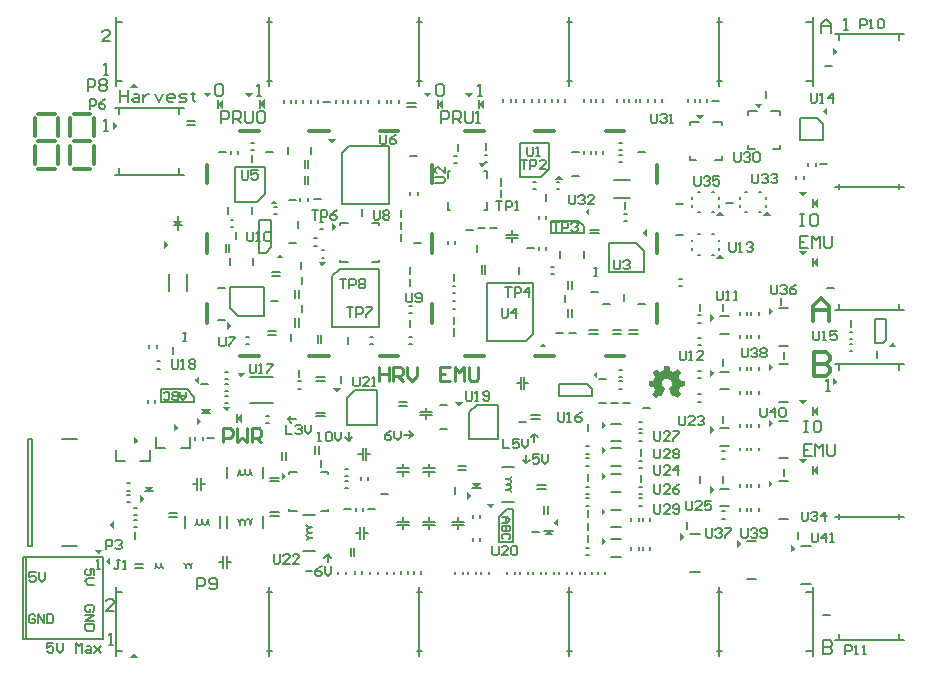
<source format=gbr>
%TF.GenerationSoftware,Altium Limited,Altium Designer,22.7.1 (60)*%
G04 Layer_Color=65535*
%FSLAX45Y45*%
%MOMM*%
%TF.SameCoordinates,89C5C705-8D76-4DBF-8A4D-424F25D0343C*%
%TF.FilePolarity,Positive*%
%TF.FileFunction,Legend,Top*%
%TF.Part,Single*%
G01*
G75*
%TA.AperFunction,NonConductor*%
%ADD78C,0.30000*%
%ADD114C,0.20000*%
%ADD115C,0.15000*%
%ADD142C,0.25000*%
G36*
X7988000Y5143500D02*
X7948000Y5111342D01*
Y5175657D01*
X7988000Y5143500D01*
D02*
G37*
G36*
X2064158Y4836500D02*
X1999843D01*
X2032000Y4876500D01*
X2064158Y4836500D01*
D02*
G37*
G36*
X4863921Y4755706D02*
X4831764Y4794294D01*
X4896078D01*
X4863921Y4755706D01*
D02*
G37*
G36*
X4513921D02*
X4481763Y4794294D01*
X4546078D01*
X4513921Y4755706D01*
D02*
G37*
G36*
X3003921D02*
X2971763Y4794294D01*
X3036078D01*
X3003921Y4755706D01*
D02*
G37*
G36*
X2653921D02*
X2621764Y4794294D01*
X2686078D01*
X2653921Y4755706D01*
D02*
G37*
G36*
X4995000Y4660000D02*
X4950000Y4700000D01*
X4995000Y4740000D01*
Y4660000D01*
D02*
G37*
G36*
X4645000D02*
X4600000Y4700000D01*
X4645000Y4740000D01*
Y4660000D01*
D02*
G37*
G36*
X3135000D02*
X3090000Y4700000D01*
X3135000Y4740000D01*
Y4660000D01*
D02*
G37*
G36*
X2785000D02*
X2740000Y4700000D01*
X2785000Y4740000D01*
Y4660000D01*
D02*
G37*
G36*
X7318025Y4659615D02*
X7285867Y4698203D01*
X7350182D01*
X7318025Y4659615D01*
D02*
G37*
G36*
X7899999Y4607843D02*
X7861410Y4640000D01*
X7899999Y4672158D01*
Y4607843D01*
D02*
G37*
G36*
X6823027Y4569614D02*
X6790869Y4608203D01*
X6855184D01*
X6823027Y4569614D01*
D02*
G37*
G36*
X1892000Y4512400D02*
X1852000Y4480242D01*
Y4544557D01*
X1892000Y4512400D01*
D02*
G37*
G36*
X3705000Y4361411D02*
X3672843Y4400000D01*
X3737157D01*
X3705000Y4361411D01*
D02*
G37*
G36*
X4980000Y4161411D02*
X4947843Y4200000D01*
X5012157D01*
X4980000Y4161411D01*
D02*
G37*
G36*
X5661079Y4060706D02*
X5596764D01*
X5628921Y4099294D01*
X5661079Y4060706D01*
D02*
G37*
G36*
X7693921Y3915706D02*
X7661763Y3954294D01*
X7726078D01*
X7693921Y3915706D01*
D02*
G37*
G36*
X3251079Y3850706D02*
X3186764D01*
X3218921Y3889294D01*
X3251079Y3850706D01*
D02*
G37*
G36*
X7825000Y3820000D02*
X7780000Y3860000D01*
X7825000Y3900000D01*
Y3820000D01*
D02*
G37*
G36*
X5884294Y3756764D02*
X5845706Y3788921D01*
X5884294Y3821079D01*
Y3756764D01*
D02*
G37*
G36*
X7022736Y3752323D02*
X6958421D01*
X6990579Y3790912D01*
X7022736Y3752323D01*
D02*
G37*
G36*
X7422736Y3752323D02*
X7358421D01*
X7390579Y3790911D01*
X7422736Y3752323D01*
D02*
G37*
G36*
X2400268Y3669968D02*
X2360268Y3711967D01*
X2440268D01*
X2400268Y3669968D01*
D02*
G37*
G36*
X3748589Y3660000D02*
X3710000Y3627842D01*
Y3692157D01*
X3748589Y3660000D01*
D02*
G37*
G36*
X6369294Y3576764D02*
X6330706Y3608921D01*
X6369294Y3641079D01*
Y3576764D01*
D02*
G37*
G36*
X2325000Y3505000D02*
X2286411Y3472842D01*
Y3537157D01*
X2325000Y3505000D01*
D02*
G37*
G36*
X7693921Y3415706D02*
X7661763Y3454294D01*
X7726078D01*
X7693921Y3415706D01*
D02*
G37*
G36*
X3301079Y3395706D02*
X3236764D01*
X3268921Y3434294D01*
X3301079Y3395706D01*
D02*
G37*
G36*
X7022736Y3392323D02*
X6958421D01*
X6990579Y3430912D01*
X7022736Y3392323D01*
D02*
G37*
G36*
X3625000Y3321411D02*
X3592842Y3360000D01*
X3657157D01*
X3625000Y3321411D01*
D02*
G37*
G36*
X7825000Y3320000D02*
X7780000Y3360000D01*
X7825000Y3400000D01*
Y3320000D01*
D02*
G37*
G36*
X7444294Y2946079D02*
X7405706Y2913921D01*
Y2978236D01*
X7444294Y2946079D01*
D02*
G37*
G36*
X6948588Y2890000D02*
X6910000Y2857842D01*
Y2922157D01*
X6948588Y2890000D01*
D02*
G37*
G36*
X2859295Y2821079D02*
X2820706Y2788921D01*
Y2853236D01*
X2859295Y2821079D01*
D02*
G37*
G36*
X8485094Y2644742D02*
X8420779D01*
X8452937Y2683330D01*
X8485094Y2644742D01*
D02*
G37*
G36*
X5527157Y2640000D02*
X5462843D01*
X5495000Y2678589D01*
X5527157Y2640000D01*
D02*
G37*
G36*
X7444294Y2476079D02*
X7405706Y2443921D01*
Y2508236D01*
X7444294Y2476079D01*
D02*
G37*
G36*
X6561539Y2483876D02*
X6562565D01*
Y2483364D01*
Y2482851D01*
Y2482338D01*
X6563078D01*
Y2481825D01*
Y2481312D01*
Y2480799D01*
Y2480286D01*
Y2479773D01*
X6563591D01*
Y2479260D01*
Y2478747D01*
Y2478234D01*
Y2477721D01*
Y2477208D01*
Y2476695D01*
X6564104D01*
Y2476182D01*
Y2475669D01*
Y2475156D01*
Y2474643D01*
Y2474130D01*
X6564617D01*
Y2473618D01*
Y2473104D01*
Y2472591D01*
Y2472079D01*
Y2471566D01*
X6565130D01*
Y2471052D01*
Y2470540D01*
Y2470027D01*
Y2469514D01*
Y2469001D01*
Y2468488D01*
X6565643D01*
Y2467975D01*
Y2467462D01*
Y2466949D01*
Y2466436D01*
Y2465923D01*
X6566156D01*
Y2465410D01*
Y2464897D01*
Y2464384D01*
Y2463871D01*
Y2463358D01*
X6566668D01*
Y2462845D01*
Y2462332D01*
Y2461819D01*
Y2461306D01*
Y2460794D01*
Y2460281D01*
X6567181D01*
Y2459768D01*
Y2459255D01*
Y2458742D01*
Y2458229D01*
Y2457716D01*
X6567694D01*
Y2457203D01*
Y2456690D01*
Y2456177D01*
Y2455664D01*
Y2455151D01*
Y2454638D01*
X6568207D01*
Y2454125D01*
Y2453612D01*
Y2453099D01*
Y2452586D01*
Y2452073D01*
X6568720D01*
Y2451560D01*
Y2451047D01*
Y2450535D01*
Y2450021D01*
Y2449508D01*
X6569233D01*
Y2448996D01*
Y2448483D01*
Y2447969D01*
Y2447457D01*
Y2446944D01*
Y2446431D01*
X6569746D01*
Y2445918D01*
Y2445405D01*
Y2444892D01*
Y2444379D01*
Y2443866D01*
X6570259D01*
Y2443353D01*
Y2442840D01*
X6570772D01*
Y2442327D01*
X6571798D01*
Y2441814D01*
X6572824D01*
Y2441301D01*
X6574363D01*
Y2440788D01*
X6575389D01*
Y2440275D01*
X6576927D01*
Y2439762D01*
X6577954D01*
Y2439249D01*
X6578979D01*
Y2438736D01*
X6580518D01*
Y2438223D01*
X6581544D01*
Y2437711D01*
X6583083D01*
Y2437198D01*
X6584109D01*
Y2436684D01*
X6585648D01*
Y2436172D01*
X6586674D01*
Y2435659D01*
X6588213D01*
Y2435146D01*
X6589239D01*
Y2434633D01*
X6590264D01*
Y2434120D01*
X6591803D01*
Y2433607D01*
X6592829D01*
Y2433094D01*
X6594368D01*
Y2432581D01*
X6595394D01*
Y2432068D01*
X6596933D01*
Y2431555D01*
X6597959D01*
Y2431042D01*
X6599498D01*
Y2431555D01*
X6600524D01*
Y2432068D01*
X6601037D01*
Y2432581D01*
X6602062D01*
Y2433094D01*
X6602576D01*
Y2433607D01*
X6603088D01*
Y2434120D01*
X6604114D01*
Y2434633D01*
X6604627D01*
Y2435146D01*
X6605653D01*
Y2435659D01*
X6606166D01*
Y2436172D01*
X6607192D01*
Y2436684D01*
X6607705D01*
Y2437198D01*
X6608731D01*
Y2437711D01*
X6609244D01*
Y2438223D01*
X6610270D01*
Y2438736D01*
X6610783D01*
Y2439249D01*
X6611296D01*
Y2439762D01*
X6612322D01*
Y2440275D01*
X6612834D01*
Y2440788D01*
X6613861D01*
Y2441301D01*
X6614373D01*
Y2441814D01*
X6615399D01*
Y2442327D01*
X6615912D01*
Y2442840D01*
X6616938D01*
Y2443353D01*
X6617451D01*
Y2443866D01*
X6618477D01*
Y2444379D01*
X6618990D01*
Y2444892D01*
X6619503D01*
Y2445405D01*
X6620529D01*
Y2445918D01*
X6621042D01*
Y2446431D01*
X6622068D01*
Y2446944D01*
X6622581D01*
Y2447457D01*
X6623607D01*
Y2447969D01*
X6624120D01*
Y2448483D01*
X6625145D01*
Y2448996D01*
X6625659D01*
Y2449508D01*
X6626684D01*
Y2450021D01*
X6627197D01*
Y2450535D01*
X6628223D01*
Y2451047D01*
X6628736D01*
Y2451560D01*
X6629249D01*
Y2452073D01*
X6630275D01*
Y2452586D01*
X6630788D01*
Y2453099D01*
X6631814D01*
Y2453612D01*
X6632327D01*
Y2454125D01*
X6634892D01*
Y2453612D01*
X6635405D01*
Y2453099D01*
X6635917D01*
Y2452586D01*
X6636431D01*
Y2452073D01*
X6636944D01*
Y2451560D01*
X6637456D01*
Y2451047D01*
X6637969D01*
Y2450535D01*
X6638483D01*
Y2450021D01*
X6638995D01*
Y2449508D01*
X6639508D01*
Y2448996D01*
X6640021D01*
Y2448483D01*
X6640534D01*
Y2447969D01*
X6641047D01*
Y2447457D01*
X6641560D01*
Y2446944D01*
X6642073D01*
Y2446431D01*
X6642586D01*
Y2445918D01*
X6643099D01*
Y2445405D01*
X6643612D01*
Y2444892D01*
X6644125D01*
Y2444379D01*
X6644638D01*
Y2443866D01*
X6645151D01*
Y2443353D01*
X6645664D01*
Y2442840D01*
X6646177D01*
Y2442327D01*
X6646690D01*
Y2441814D01*
X6647203D01*
Y2441301D01*
X6647716D01*
Y2440788D01*
X6648229D01*
Y2440275D01*
X6648742D01*
Y2439762D01*
X6649254D01*
Y2439249D01*
X6649767D01*
Y2438736D01*
X6650280D01*
Y2438223D01*
X6650793D01*
Y2437711D01*
X6651306D01*
Y2437198D01*
X6651819D01*
Y2436684D01*
X6652332D01*
Y2436172D01*
X6652845D01*
Y2435659D01*
X6653358D01*
Y2435146D01*
X6653871D01*
Y2434633D01*
X6654384D01*
Y2434120D01*
X6654897D01*
Y2433607D01*
X6655410D01*
Y2433094D01*
X6655923D01*
Y2432581D01*
X6656436D01*
Y2432068D01*
X6656949D01*
Y2431555D01*
X6657462D01*
Y2431042D01*
X6657975D01*
Y2430529D01*
X6658488D01*
Y2430016D01*
X6659000D01*
Y2429503D01*
X6659514D01*
Y2428990D01*
X6660027D01*
Y2428477D01*
X6660539D01*
Y2427964D01*
X6661053D01*
Y2427451D01*
X6661566D01*
Y2426938D01*
X6662078D01*
Y2426425D01*
X6662591D01*
Y2425913D01*
X6663104D01*
Y2425400D01*
Y2424886D01*
Y2424374D01*
Y2423861D01*
Y2423347D01*
X6662591D01*
Y2422835D01*
X6662078D01*
Y2422322D01*
Y2421809D01*
X6661566D01*
Y2421296D01*
X6661053D01*
Y2420783D01*
Y2420270D01*
X6660539D01*
Y2419757D01*
X6660027D01*
Y2419244D01*
Y2418731D01*
X6659514D01*
Y2418218D01*
X6659000D01*
Y2417705D01*
X6658488D01*
Y2417192D01*
Y2416679D01*
X6657975D01*
Y2416166D01*
X6657462D01*
Y2415653D01*
Y2415140D01*
X6656949D01*
Y2414628D01*
X6656436D01*
Y2414114D01*
Y2413601D01*
X6655923D01*
Y2413089D01*
X6655410D01*
Y2412576D01*
Y2412063D01*
X6654897D01*
Y2411550D01*
X6654384D01*
Y2411037D01*
Y2410524D01*
X6653871D01*
Y2410011D01*
X6653358D01*
Y2409498D01*
X6652845D01*
Y2408985D01*
Y2408472D01*
X6652332D01*
Y2407959D01*
X6651819D01*
Y2407446D01*
Y2406933D01*
X6651306D01*
Y2406420D01*
X6650793D01*
Y2405907D01*
Y2405394D01*
X6650280D01*
Y2404881D01*
X6649767D01*
Y2404368D01*
Y2403855D01*
X6649254D01*
Y2403342D01*
X6648742D01*
Y2402830D01*
Y2402317D01*
X6648229D01*
Y2401803D01*
X6647716D01*
Y2401291D01*
X6647203D01*
Y2400778D01*
Y2400264D01*
X6646690D01*
Y2399752D01*
X6646177D01*
Y2399239D01*
Y2398726D01*
X6645664D01*
Y2398213D01*
X6645151D01*
Y2397700D01*
Y2397187D01*
X6644638D01*
Y2396674D01*
X6644125D01*
Y2396161D01*
Y2395648D01*
X6643612D01*
Y2395135D01*
X6643099D01*
Y2394622D01*
Y2394109D01*
X6642586D01*
Y2393596D01*
X6642073D01*
Y2393083D01*
Y2392570D01*
X6641560D01*
Y2392057D01*
X6641047D01*
Y2391545D01*
Y2391031D01*
X6640534D01*
Y2390518D01*
Y2390006D01*
Y2389493D01*
X6641047D01*
Y2388979D01*
Y2388467D01*
Y2387954D01*
X6641560D01*
Y2387441D01*
Y2386928D01*
X6642073D01*
Y2386415D01*
Y2385902D01*
X6642586D01*
Y2385389D01*
Y2384876D01*
Y2384363D01*
X6643099D01*
Y2383850D01*
Y2383337D01*
X6643612D01*
Y2382824D01*
Y2382311D01*
X6644125D01*
Y2381798D01*
Y2381285D01*
Y2380772D01*
X6644638D01*
Y2380259D01*
Y2379746D01*
X6645151D01*
Y2379233D01*
Y2378720D01*
X6645664D01*
Y2378208D01*
Y2377695D01*
Y2377181D01*
X6646177D01*
Y2376669D01*
Y2376156D01*
X6646690D01*
Y2375643D01*
Y2375130D01*
X6647203D01*
Y2374617D01*
Y2374104D01*
Y2373591D01*
X6647716D01*
Y2373078D01*
Y2372565D01*
X6648229D01*
Y2372052D01*
Y2371539D01*
X6648742D01*
Y2371026D01*
Y2370513D01*
Y2370000D01*
X6649254D01*
Y2369487D01*
Y2368974D01*
X6649767D01*
Y2368462D01*
Y2367948D01*
X6650280D01*
Y2367435D01*
Y2366923D01*
Y2366409D01*
X6650793D01*
Y2365896D01*
Y2365384D01*
X6651306D01*
Y2364871D01*
Y2364358D01*
X6651819D01*
Y2363845D01*
Y2363332D01*
Y2362819D01*
X6652332D01*
Y2362306D01*
Y2361793D01*
X6652845D01*
Y2361280D01*
X6653871D01*
Y2360767D01*
X6655410D01*
Y2360254D01*
X6658488D01*
Y2359741D01*
X6661053D01*
Y2359228D01*
X6663617D01*
Y2358715D01*
X6666695D01*
Y2358202D01*
X6669260D01*
Y2357689D01*
X6672337D01*
Y2357176D01*
X6674902D01*
Y2356663D01*
X6677467D01*
Y2356150D01*
X6680545D01*
Y2355637D01*
X6683110D01*
Y2355125D01*
X6685674D01*
Y2354611D01*
X6688752D01*
Y2354098D01*
X6691317D01*
Y2353586D01*
X6692856D01*
Y2353073D01*
Y2352560D01*
X6693369D01*
Y2352047D01*
Y2351534D01*
Y2351021D01*
Y2350508D01*
Y2349995D01*
Y2349482D01*
Y2348969D01*
Y2348456D01*
Y2347943D01*
Y2347430D01*
Y2346917D01*
Y2346404D01*
Y2345891D01*
Y2345378D01*
Y2344865D01*
Y2344352D01*
Y2343840D01*
Y2343326D01*
Y2342813D01*
Y2342301D01*
Y2341788D01*
Y2341274D01*
Y2340762D01*
Y2340249D01*
Y2339736D01*
Y2339223D01*
Y2338710D01*
Y2338197D01*
Y2337684D01*
Y2337171D01*
Y2336658D01*
Y2336145D01*
Y2335632D01*
Y2335119D01*
Y2334606D01*
Y2334093D01*
Y2333580D01*
Y2333067D01*
Y2332554D01*
Y2332041D01*
Y2331528D01*
Y2331015D01*
Y2330503D01*
Y2329990D01*
Y2329477D01*
Y2328964D01*
Y2328451D01*
Y2327938D01*
Y2327425D01*
Y2326912D01*
Y2326399D01*
Y2325886D01*
Y2325373D01*
Y2324860D01*
Y2324347D01*
Y2323834D01*
Y2323321D01*
Y2322808D01*
Y2322295D01*
Y2321782D01*
Y2321269D01*
Y2320756D01*
Y2320243D01*
Y2319730D01*
Y2319218D01*
Y2318705D01*
Y2318191D01*
Y2317679D01*
Y2317166D01*
Y2316653D01*
Y2316140D01*
Y2315627D01*
Y2315114D01*
Y2314601D01*
Y2314088D01*
Y2313575D01*
Y2313062D01*
Y2312549D01*
Y2312036D01*
X6692856D01*
Y2311523D01*
X6692343D01*
Y2311010D01*
X6690804D01*
Y2310497D01*
X6688239D01*
Y2309984D01*
X6685161D01*
Y2309471D01*
X6682597D01*
Y2308958D01*
X6679519D01*
Y2308445D01*
X6676954D01*
Y2307933D01*
X6674389D01*
Y2307420D01*
X6671312D01*
Y2306906D01*
X6668747D01*
Y2306394D01*
X6666182D01*
Y2305881D01*
X6663104D01*
Y2305368D01*
X6660539D01*
Y2304855D01*
X6657462D01*
Y2304342D01*
X6654897D01*
Y2303829D01*
X6654384D01*
Y2303316D01*
X6653871D01*
Y2302803D01*
X6653358D01*
Y2302290D01*
Y2301777D01*
X6652845D01*
Y2301264D01*
Y2300751D01*
X6652332D01*
Y2300238D01*
Y2299725D01*
Y2299212D01*
X6651819D01*
Y2298699D01*
Y2298186D01*
X6651306D01*
Y2297673D01*
Y2297160D01*
Y2296647D01*
X6650793D01*
Y2296135D01*
Y2295622D01*
X6650280D01*
Y2295108D01*
Y2294596D01*
Y2294083D01*
X6649767D01*
Y2293569D01*
Y2293057D01*
X6649254D01*
Y2292544D01*
Y2292031D01*
Y2291518D01*
X6648742D01*
Y2291005D01*
Y2290492D01*
X6648229D01*
Y2289979D01*
Y2289466D01*
Y2288953D01*
X6647716D01*
Y2288440D01*
Y2287927D01*
X6647203D01*
Y2287414D01*
Y2286901D01*
Y2286388D01*
X6646690D01*
Y2285875D01*
Y2285362D01*
X6646177D01*
Y2284850D01*
Y2284336D01*
Y2283823D01*
X6645664D01*
Y2283311D01*
Y2282798D01*
X6645151D01*
Y2282285D01*
Y2281772D01*
Y2281259D01*
X6644638D01*
Y2280746D01*
Y2280233D01*
X6644125D01*
Y2279720D01*
Y2279207D01*
Y2278694D01*
X6643612D01*
Y2278181D01*
Y2277668D01*
X6643099D01*
Y2277155D01*
Y2276642D01*
Y2276129D01*
X6642586D01*
Y2275616D01*
Y2275103D01*
X6642073D01*
Y2274590D01*
Y2274077D01*
Y2273564D01*
X6641560D01*
Y2273051D01*
Y2272539D01*
Y2272025D01*
X6642073D01*
Y2271513D01*
Y2271000D01*
X6642586D01*
Y2270486D01*
X6643099D01*
Y2269974D01*
Y2269461D01*
X6643612D01*
Y2268948D01*
X6644125D01*
Y2268435D01*
Y2267922D01*
X6644638D01*
Y2267409D01*
X6645151D01*
Y2266896D01*
X6645664D01*
Y2266383D01*
Y2265870D01*
X6646177D01*
Y2265357D01*
X6646690D01*
Y2264844D01*
Y2264331D01*
X6647203D01*
Y2263818D01*
X6647716D01*
Y2263305D01*
Y2262792D01*
X6648229D01*
Y2262279D01*
X6648742D01*
Y2261767D01*
Y2261253D01*
X6649254D01*
Y2260740D01*
X6649767D01*
Y2260228D01*
Y2259715D01*
X6650280D01*
Y2259201D01*
X6650793D01*
Y2258689D01*
X6651306D01*
Y2258176D01*
Y2257663D01*
X6651819D01*
Y2257150D01*
X6652332D01*
Y2256637D01*
Y2256124D01*
X6652845D01*
Y2255611D01*
X6653358D01*
Y2255098D01*
Y2254585D01*
X6653871D01*
Y2254072D01*
X6654384D01*
Y2253559D01*
Y2253046D01*
X6654897D01*
Y2252533D01*
X6655410D01*
Y2252020D01*
Y2251507D01*
X6655923D01*
Y2250994D01*
X6656436D01*
Y2250481D01*
Y2249968D01*
X6656949D01*
Y2249455D01*
X6657462D01*
Y2248942D01*
X6657975D01*
Y2248430D01*
Y2247917D01*
X6658488D01*
Y2247403D01*
X6659000D01*
Y2246891D01*
Y2246378D01*
X6659514D01*
Y2245865D01*
X6660027D01*
Y2245352D01*
Y2244839D01*
X6660539D01*
Y2244326D01*
X6661053D01*
Y2243813D01*
Y2243300D01*
X6661566D01*
Y2242787D01*
X6662078D01*
Y2242274D01*
Y2241761D01*
X6662591D01*
Y2241248D01*
X6663104D01*
Y2240735D01*
Y2240222D01*
Y2239709D01*
Y2239196D01*
Y2238683D01*
X6662591D01*
Y2238170D01*
X6662078D01*
Y2237657D01*
X6661566D01*
Y2237145D01*
X6661053D01*
Y2236631D01*
X6660539D01*
Y2236118D01*
X6660027D01*
Y2235606D01*
X6659514D01*
Y2235093D01*
X6659000D01*
Y2234579D01*
X6658488D01*
Y2234067D01*
X6657975D01*
Y2233554D01*
X6657462D01*
Y2233041D01*
X6656949D01*
Y2232528D01*
X6656436D01*
Y2232015D01*
X6655923D01*
Y2231502D01*
X6655410D01*
Y2230989D01*
X6654897D01*
Y2230476D01*
X6654384D01*
Y2229963D01*
X6653871D01*
Y2229450D01*
X6653358D01*
Y2228937D01*
X6652845D01*
Y2228424D01*
X6652332D01*
Y2227911D01*
X6651819D01*
Y2227398D01*
X6651306D01*
Y2226885D01*
X6650793D01*
Y2226372D01*
X6650280D01*
Y2225859D01*
X6649767D01*
Y2225346D01*
X6649254D01*
Y2224833D01*
X6648742D01*
Y2224320D01*
X6648229D01*
Y2223808D01*
X6647716D01*
Y2223295D01*
X6647203D01*
Y2222782D01*
X6646690D01*
Y2222269D01*
X6646177D01*
Y2221756D01*
X6645664D01*
Y2221243D01*
X6645151D01*
Y2220730D01*
X6644638D01*
Y2220217D01*
X6644125D01*
Y2219704D01*
X6643612D01*
Y2219191D01*
X6643099D01*
Y2218678D01*
X6642586D01*
Y2218165D01*
X6642073D01*
Y2217652D01*
X6641560D01*
Y2217139D01*
X6641047D01*
Y2216626D01*
X6640534D01*
Y2216113D01*
X6640021D01*
Y2215600D01*
X6639508D01*
Y2215087D01*
X6638995D01*
Y2214574D01*
X6638483D01*
Y2214062D01*
X6637969D01*
Y2213548D01*
X6637456D01*
Y2213035D01*
X6636944D01*
Y2212523D01*
X6636431D01*
Y2212010D01*
X6635917D01*
Y2211496D01*
X6635405D01*
Y2210984D01*
X6634379D01*
Y2210471D01*
X6632840D01*
Y2210984D01*
X6631814D01*
Y2211496D01*
X6631301D01*
Y2212010D01*
X6630275D01*
Y2212523D01*
X6629762D01*
Y2213035D01*
X6628736D01*
Y2213548D01*
X6628223D01*
Y2214062D01*
X6627197D01*
Y2214574D01*
X6626684D01*
Y2215087D01*
X6625659D01*
Y2215600D01*
X6625145D01*
Y2216113D01*
X6624632D01*
Y2216626D01*
X6623607D01*
Y2217139D01*
X6623094D01*
Y2217652D01*
X6622068D01*
Y2218165D01*
X6621555D01*
Y2218678D01*
X6620529D01*
Y2219191D01*
X6620016D01*
Y2219704D01*
X6618990D01*
Y2220217D01*
X6618477D01*
Y2220730D01*
X6617451D01*
Y2221243D01*
X6616938D01*
Y2221756D01*
X6616425D01*
Y2222269D01*
X6615399D01*
Y2222782D01*
X6614886D01*
Y2223295D01*
X6613861D01*
Y2223808D01*
X6613348D01*
Y2224320D01*
X6612322D01*
Y2224833D01*
X6611809D01*
Y2225346D01*
X6610783D01*
Y2225859D01*
X6610270D01*
Y2226372D01*
X6609244D01*
Y2226885D01*
X6608731D01*
Y2227398D01*
X6608218D01*
Y2227911D01*
X6607192D01*
Y2228424D01*
X6606679D01*
Y2228937D01*
X6605653D01*
Y2229450D01*
X6605140D01*
Y2229963D01*
X6604114D01*
Y2230476D01*
X6603601D01*
Y2230989D01*
X6602576D01*
Y2231502D01*
X6600011D01*
Y2230989D01*
X6598985D01*
Y2230476D01*
X6598472D01*
Y2229963D01*
X6597446D01*
Y2229450D01*
X6596420D01*
Y2228937D01*
X6595394D01*
Y2228424D01*
X6594368D01*
Y2227911D01*
X6593342D01*
Y2227398D01*
X6592316D01*
Y2226885D01*
X6591290D01*
Y2226372D01*
X6590778D01*
Y2225859D01*
X6589751D01*
Y2225346D01*
X6588726D01*
Y2224833D01*
X6587700D01*
Y2224320D01*
X6585135D01*
Y2224833D01*
X6584622D01*
Y2225346D01*
Y2225859D01*
X6584109D01*
Y2226372D01*
Y2226885D01*
Y2227398D01*
X6583596D01*
Y2227911D01*
Y2228424D01*
X6583083D01*
Y2228937D01*
Y2229450D01*
X6582570D01*
Y2229963D01*
Y2230476D01*
Y2230989D01*
X6582057D01*
Y2231502D01*
Y2232015D01*
X6581544D01*
Y2232528D01*
Y2233041D01*
Y2233554D01*
X6581031D01*
Y2234067D01*
Y2234579D01*
X6580518D01*
Y2235093D01*
Y2235606D01*
Y2236118D01*
X6580005D01*
Y2236631D01*
Y2237145D01*
X6579493D01*
Y2237657D01*
Y2238170D01*
X6578979D01*
Y2238683D01*
Y2239196D01*
Y2239709D01*
X6578466D01*
Y2240222D01*
Y2240735D01*
X6577954D01*
Y2241248D01*
Y2241761D01*
Y2242274D01*
X6577440D01*
Y2242787D01*
Y2243300D01*
X6576927D01*
Y2243813D01*
Y2244326D01*
X6576415D01*
Y2244839D01*
Y2245352D01*
Y2245865D01*
X6575902D01*
Y2246378D01*
Y2246891D01*
X6575389D01*
Y2247403D01*
Y2247917D01*
Y2248430D01*
X6574876D01*
Y2248942D01*
Y2249455D01*
X6574363D01*
Y2249968D01*
Y2250481D01*
Y2250994D01*
X6573850D01*
Y2251507D01*
Y2252020D01*
X6573337D01*
Y2252533D01*
Y2253046D01*
X6572824D01*
Y2253559D01*
Y2254072D01*
Y2254585D01*
X6572311D01*
Y2255098D01*
Y2255611D01*
X6571798D01*
Y2256124D01*
Y2256637D01*
Y2257150D01*
X6571285D01*
Y2257663D01*
Y2258176D01*
X6570772D01*
Y2258689D01*
Y2259201D01*
X6570259D01*
Y2259715D01*
Y2260228D01*
Y2260740D01*
X6569746D01*
Y2261253D01*
Y2261767D01*
X6569233D01*
Y2262279D01*
Y2262792D01*
Y2263305D01*
X6568720D01*
Y2263818D01*
Y2264331D01*
X6568207D01*
Y2264844D01*
Y2265357D01*
Y2265870D01*
X6567694D01*
Y2266383D01*
Y2266896D01*
X6567181D01*
Y2267409D01*
Y2267922D01*
X6566668D01*
Y2268435D01*
Y2268948D01*
Y2269461D01*
X6566156D01*
Y2269974D01*
Y2270486D01*
X6565643D01*
Y2271000D01*
Y2271513D01*
Y2272025D01*
X6565130D01*
Y2272539D01*
Y2273051D01*
X6564617D01*
Y2273564D01*
Y2274077D01*
X6564104D01*
Y2274590D01*
Y2275103D01*
Y2275616D01*
X6563591D01*
Y2276129D01*
Y2276642D01*
X6563078D01*
Y2277155D01*
Y2277668D01*
Y2278181D01*
X6562565D01*
Y2278694D01*
Y2279207D01*
X6562052D01*
Y2279720D01*
Y2280233D01*
Y2280746D01*
X6561539D01*
Y2281259D01*
Y2281772D01*
X6561026D01*
Y2282285D01*
Y2282798D01*
X6560513D01*
Y2283311D01*
Y2283823D01*
Y2284336D01*
X6560000D01*
Y2284850D01*
Y2285362D01*
X6559487D01*
Y2285875D01*
Y2286388D01*
Y2286901D01*
X6558974D01*
Y2287414D01*
Y2287927D01*
X6558461D01*
Y2288440D01*
Y2288953D01*
X6557948D01*
Y2289466D01*
Y2289979D01*
Y2290492D01*
X6557435D01*
Y2291005D01*
Y2291518D01*
X6557948D01*
Y2292031D01*
Y2292544D01*
X6558461D01*
Y2293057D01*
X6558974D01*
Y2293569D01*
X6560000D01*
Y2294083D01*
X6560513D01*
Y2294596D01*
X6561539D01*
Y2295108D01*
X6562052D01*
Y2295622D01*
X6563078D01*
Y2296135D01*
X6563591D01*
Y2296647D01*
X6564104D01*
Y2297160D01*
X6565130D01*
Y2297673D01*
X6565643D01*
Y2298186D01*
X6566668D01*
Y2298699D01*
X6567181D01*
Y2299212D01*
X6567694D01*
Y2299725D01*
X6568207D01*
Y2300238D01*
X6569233D01*
Y2300751D01*
X6569746D01*
Y2301264D01*
X6570259D01*
Y2301777D01*
X6570772D01*
Y2302290D01*
X6571285D01*
Y2302803D01*
X6571798D01*
Y2303316D01*
X6572311D01*
Y2303829D01*
X6572824D01*
Y2304342D01*
X6573337D01*
Y2304855D01*
Y2305368D01*
X6573850D01*
Y2305881D01*
X6574363D01*
Y2306394D01*
X6574876D01*
Y2306906D01*
X6575389D01*
Y2307420D01*
Y2307933D01*
X6575902D01*
Y2308445D01*
X6576415D01*
Y2308958D01*
Y2309471D01*
X6576927D01*
Y2309984D01*
X6577440D01*
Y2310497D01*
Y2311010D01*
X6577954D01*
Y2311523D01*
Y2312036D01*
X6578466D01*
Y2312549D01*
Y2313062D01*
X6578979D01*
Y2313575D01*
Y2314088D01*
X6579493D01*
Y2314601D01*
Y2315114D01*
X6580005D01*
Y2315627D01*
Y2316140D01*
X6580518D01*
Y2316653D01*
Y2317166D01*
X6581031D01*
Y2317679D01*
Y2318191D01*
Y2318705D01*
X6581544D01*
Y2319218D01*
Y2319730D01*
Y2320243D01*
X6582057D01*
Y2320756D01*
Y2321269D01*
Y2321782D01*
Y2322295D01*
X6582570D01*
Y2322808D01*
Y2323321D01*
Y2323834D01*
Y2324347D01*
Y2324860D01*
X6583083D01*
Y2325373D01*
Y2325886D01*
Y2326399D01*
Y2326912D01*
Y2327425D01*
Y2327938D01*
Y2328451D01*
X6583596D01*
Y2328964D01*
Y2329477D01*
Y2329990D01*
Y2330503D01*
Y2331015D01*
Y2331528D01*
Y2332041D01*
Y2332554D01*
Y2333067D01*
Y2333580D01*
Y2334093D01*
Y2334606D01*
Y2335119D01*
Y2335632D01*
X6583083D01*
Y2336145D01*
Y2336658D01*
Y2337171D01*
Y2337684D01*
Y2338197D01*
Y2338710D01*
Y2339223D01*
X6582570D01*
Y2339736D01*
Y2340249D01*
Y2340762D01*
Y2341274D01*
Y2341788D01*
X6582057D01*
Y2342301D01*
Y2342813D01*
Y2343326D01*
Y2343840D01*
X6581544D01*
Y2344352D01*
Y2344865D01*
Y2345378D01*
X6581031D01*
Y2345891D01*
Y2346404D01*
Y2346917D01*
X6580518D01*
Y2347430D01*
Y2347943D01*
X6580005D01*
Y2348456D01*
Y2348969D01*
Y2349482D01*
X6579493D01*
Y2349995D01*
Y2350508D01*
X6578979D01*
Y2351021D01*
Y2351534D01*
X6578466D01*
Y2352047D01*
Y2352560D01*
X6577954D01*
Y2353073D01*
X6577440D01*
Y2353586D01*
Y2354098D01*
X6576927D01*
Y2354611D01*
Y2355125D01*
X6576415D01*
Y2355637D01*
X6575902D01*
Y2356150D01*
Y2356663D01*
X6575389D01*
Y2357176D01*
X6574876D01*
Y2357689D01*
X6574363D01*
Y2358202D01*
Y2358715D01*
X6573850D01*
Y2359228D01*
X6573337D01*
Y2359741D01*
X6572824D01*
Y2360254D01*
X6572311D01*
Y2360767D01*
X6571798D01*
Y2361280D01*
X6571285D01*
Y2361793D01*
X6570772D01*
Y2362306D01*
X6570259D01*
Y2362819D01*
X6569746D01*
Y2363332D01*
X6569233D01*
Y2363845D01*
X6568720D01*
Y2364358D01*
X6568207D01*
Y2364871D01*
X6567694D01*
Y2365384D01*
X6566668D01*
Y2365896D01*
X6566156D01*
Y2366409D01*
X6565130D01*
Y2366923D01*
X6564617D01*
Y2367435D01*
X6563591D01*
Y2367948D01*
X6563078D01*
Y2368462D01*
X6562052D01*
Y2368974D01*
X6561026D01*
Y2369487D01*
X6560000D01*
Y2370000D01*
X6558974D01*
Y2370513D01*
X6557948D01*
Y2371026D01*
X6556922D01*
Y2371539D01*
X6555383D01*
Y2372052D01*
X6553844D01*
Y2372565D01*
X6552306D01*
Y2373078D01*
X6550254D01*
Y2373591D01*
X6547176D01*
Y2374104D01*
X6535378D01*
Y2373591D01*
X6532300D01*
Y2373078D01*
X6530249D01*
Y2372565D01*
X6528710D01*
Y2372052D01*
X6527171D01*
Y2371539D01*
X6525632D01*
Y2371026D01*
X6524606D01*
Y2370513D01*
X6523580D01*
Y2370000D01*
X6522554D01*
Y2369487D01*
X6521528D01*
Y2368974D01*
X6520502D01*
Y2368462D01*
X6519476D01*
Y2367948D01*
X6518964D01*
Y2367435D01*
X6517938D01*
Y2366923D01*
X6517425D01*
Y2366409D01*
X6516399D01*
Y2365896D01*
X6515886D01*
Y2365384D01*
X6515373D01*
Y2364871D01*
X6514860D01*
Y2364358D01*
X6513834D01*
Y2363845D01*
X6513321D01*
Y2363332D01*
X6512808D01*
Y2362819D01*
X6512295D01*
Y2362306D01*
X6511782D01*
Y2361793D01*
X6511269D01*
Y2361280D01*
X6510756D01*
Y2360767D01*
X6510243D01*
Y2360254D01*
X6509730D01*
Y2359741D01*
X6509217D01*
Y2359228D01*
X6508705D01*
Y2358715D01*
Y2358202D01*
X6508191D01*
Y2357689D01*
X6507678D01*
Y2357176D01*
X6507166D01*
Y2356663D01*
Y2356150D01*
X6506653D01*
Y2355637D01*
X6506139D01*
Y2355125D01*
Y2354611D01*
X6505627D01*
Y2354098D01*
X6505114D01*
Y2353586D01*
Y2353073D01*
X6504601D01*
Y2352560D01*
Y2352047D01*
X6504088D01*
Y2351534D01*
Y2351021D01*
X6503575D01*
Y2350508D01*
Y2349995D01*
X6503062D01*
Y2349482D01*
Y2348969D01*
X6502549D01*
Y2348456D01*
Y2347943D01*
X6502036D01*
Y2347430D01*
Y2346917D01*
Y2346404D01*
X6501523D01*
Y2345891D01*
Y2345378D01*
Y2344865D01*
X6501010D01*
Y2344352D01*
Y2343840D01*
Y2343326D01*
X6500497D01*
Y2342813D01*
Y2342301D01*
Y2341788D01*
Y2341274D01*
X6499984D01*
Y2340762D01*
Y2340249D01*
Y2339736D01*
Y2339223D01*
Y2338710D01*
X6499471D01*
Y2338197D01*
Y2337684D01*
Y2337171D01*
Y2336658D01*
Y2336145D01*
Y2335632D01*
Y2335119D01*
Y2334606D01*
Y2334093D01*
Y2333580D01*
X6498958D01*
Y2333067D01*
Y2332554D01*
Y2332041D01*
Y2331528D01*
Y2331015D01*
Y2330503D01*
X6499471D01*
Y2329990D01*
Y2329477D01*
Y2328964D01*
Y2328451D01*
Y2327938D01*
Y2327425D01*
Y2326912D01*
Y2326399D01*
Y2325886D01*
Y2325373D01*
X6499984D01*
Y2324860D01*
Y2324347D01*
Y2323834D01*
Y2323321D01*
Y2322808D01*
X6500497D01*
Y2322295D01*
Y2321782D01*
Y2321269D01*
Y2320756D01*
X6501010D01*
Y2320243D01*
Y2319730D01*
Y2319218D01*
X6501523D01*
Y2318705D01*
Y2318191D01*
Y2317679D01*
X6502036D01*
Y2317166D01*
Y2316653D01*
X6502549D01*
Y2316140D01*
Y2315627D01*
Y2315114D01*
X6503062D01*
Y2314601D01*
Y2314088D01*
X6503575D01*
Y2313575D01*
Y2313062D01*
X6504088D01*
Y2312549D01*
Y2312036D01*
X6504601D01*
Y2311523D01*
Y2311010D01*
X6505114D01*
Y2310497D01*
X6505627D01*
Y2309984D01*
Y2309471D01*
X6506139D01*
Y2308958D01*
X6506653D01*
Y2308445D01*
Y2307933D01*
X6507166D01*
Y2307420D01*
X6507678D01*
Y2306906D01*
Y2306394D01*
X6508191D01*
Y2305881D01*
X6508705D01*
Y2305368D01*
X6509217D01*
Y2304855D01*
X6509730D01*
Y2304342D01*
X6510243D01*
Y2303829D01*
Y2303316D01*
X6510756D01*
Y2302803D01*
X6511269D01*
Y2302290D01*
X6511782D01*
Y2301777D01*
X6512295D01*
Y2301264D01*
X6513321D01*
Y2300751D01*
X6513834D01*
Y2300238D01*
X6514347D01*
Y2299725D01*
X6514860D01*
Y2299212D01*
X6515373D01*
Y2298699D01*
X6516399D01*
Y2298186D01*
X6516912D01*
Y2297673D01*
X6517425D01*
Y2297160D01*
X6518451D01*
Y2296647D01*
X6518964D01*
Y2296135D01*
X6519476D01*
Y2295622D01*
X6520502D01*
Y2295108D01*
X6521015D01*
Y2294596D01*
X6522041D01*
Y2294083D01*
X6523067D01*
Y2293569D01*
X6523580D01*
Y2293057D01*
X6524606D01*
Y2292544D01*
Y2292031D01*
X6525119D01*
Y2291518D01*
Y2291005D01*
Y2290492D01*
Y2289979D01*
X6524606D01*
Y2289466D01*
Y2288953D01*
X6524093D01*
Y2288440D01*
Y2287927D01*
Y2287414D01*
X6523580D01*
Y2286901D01*
Y2286388D01*
X6523067D01*
Y2285875D01*
Y2285362D01*
X6522554D01*
Y2284850D01*
Y2284336D01*
Y2283823D01*
X6522041D01*
Y2283311D01*
Y2282798D01*
X6521528D01*
Y2282285D01*
Y2281772D01*
Y2281259D01*
X6521015D01*
Y2280746D01*
Y2280233D01*
X6520502D01*
Y2279720D01*
Y2279207D01*
X6519989D01*
Y2278694D01*
Y2278181D01*
Y2277668D01*
X6519476D01*
Y2277155D01*
Y2276642D01*
X6518964D01*
Y2276129D01*
Y2275616D01*
Y2275103D01*
X6518451D01*
Y2274590D01*
Y2274077D01*
X6517938D01*
Y2273564D01*
Y2273051D01*
Y2272539D01*
X6517425D01*
Y2272025D01*
Y2271513D01*
X6516912D01*
Y2271000D01*
Y2270486D01*
X6516399D01*
Y2269974D01*
Y2269461D01*
Y2268948D01*
X6515886D01*
Y2268435D01*
Y2267922D01*
X6515373D01*
Y2267409D01*
Y2266896D01*
Y2266383D01*
X6514860D01*
Y2265870D01*
Y2265357D01*
X6514347D01*
Y2264844D01*
Y2264331D01*
X6513834D01*
Y2263818D01*
Y2263305D01*
Y2262792D01*
X6513321D01*
Y2262279D01*
Y2261767D01*
X6512808D01*
Y2261253D01*
Y2260740D01*
Y2260228D01*
X6512295D01*
Y2259715D01*
Y2259201D01*
X6511782D01*
Y2258689D01*
Y2258176D01*
Y2257663D01*
X6511269D01*
Y2257150D01*
Y2256637D01*
X6510756D01*
Y2256124D01*
Y2255611D01*
X6510243D01*
Y2255098D01*
Y2254585D01*
Y2254072D01*
X6509730D01*
Y2253559D01*
Y2253046D01*
X6509217D01*
Y2252533D01*
Y2252020D01*
Y2251507D01*
X6508705D01*
Y2250994D01*
Y2250481D01*
X6508191D01*
Y2249968D01*
Y2249455D01*
X6507678D01*
Y2248942D01*
Y2248430D01*
Y2247917D01*
X6507166D01*
Y2247403D01*
Y2246891D01*
X6506653D01*
Y2246378D01*
Y2245865D01*
Y2245352D01*
X6506139D01*
Y2244839D01*
Y2244326D01*
X6505627D01*
Y2243813D01*
Y2243300D01*
Y2242787D01*
X6505114D01*
Y2242274D01*
Y2241761D01*
X6504601D01*
Y2241248D01*
Y2240735D01*
X6504088D01*
Y2240222D01*
Y2239709D01*
Y2239196D01*
X6503575D01*
Y2238683D01*
Y2238170D01*
X6503062D01*
Y2237657D01*
Y2237145D01*
Y2236631D01*
X6502549D01*
Y2236118D01*
Y2235606D01*
X6502036D01*
Y2235093D01*
Y2234579D01*
X6501523D01*
Y2234067D01*
Y2233554D01*
Y2233041D01*
X6501010D01*
Y2232528D01*
Y2232015D01*
X6500497D01*
Y2231502D01*
Y2230989D01*
Y2230476D01*
X6499984D01*
Y2229963D01*
Y2229450D01*
X6499471D01*
Y2228937D01*
Y2228424D01*
Y2227911D01*
X6498958D01*
Y2227398D01*
Y2226885D01*
X6498445D01*
Y2226372D01*
Y2225859D01*
X6497932D01*
Y2225346D01*
Y2224833D01*
X6497419D01*
Y2224320D01*
X6494854D01*
Y2224833D01*
X6493829D01*
Y2225346D01*
X6493316D01*
Y2225859D01*
X6492290D01*
Y2226372D01*
X6491264D01*
Y2226885D01*
X6490238D01*
Y2227398D01*
X6489212D01*
Y2227911D01*
X6488186D01*
Y2228424D01*
X6487160D01*
Y2228937D01*
X6486134D01*
Y2229450D01*
X6485621D01*
Y2229963D01*
X6484595D01*
Y2230476D01*
X6483569D01*
Y2230989D01*
X6482544D01*
Y2231502D01*
X6479979D01*
Y2230989D01*
X6478953D01*
Y2230476D01*
X6478440D01*
Y2229963D01*
X6477927D01*
Y2229450D01*
X6476901D01*
Y2228937D01*
X6476388D01*
Y2228424D01*
X6475362D01*
Y2227911D01*
X6474849D01*
Y2227398D01*
X6473823D01*
Y2226885D01*
X6473310D01*
Y2226372D01*
X6472284D01*
Y2225859D01*
X6471771D01*
Y2225346D01*
X6470746D01*
Y2224833D01*
X6470233D01*
Y2224320D01*
X6469720D01*
Y2223808D01*
X6468694D01*
Y2223295D01*
X6468181D01*
Y2222782D01*
X6467155D01*
Y2222269D01*
X6466642D01*
Y2221756D01*
X6465616D01*
Y2221243D01*
X6465103D01*
Y2220730D01*
X6464077D01*
Y2220217D01*
X6463564D01*
Y2219704D01*
X6462538D01*
Y2219191D01*
X6462025D01*
Y2218678D01*
X6461512D01*
Y2218165D01*
X6460486D01*
Y2217652D01*
X6459973D01*
Y2217139D01*
X6458948D01*
Y2216626D01*
X6458435D01*
Y2216113D01*
X6457409D01*
Y2215600D01*
X6456896D01*
Y2215087D01*
X6455870D01*
Y2214574D01*
X6455357D01*
Y2214062D01*
X6454331D01*
Y2213548D01*
X6453818D01*
Y2213035D01*
X6452792D01*
Y2212523D01*
X6452279D01*
Y2212010D01*
X6451766D01*
Y2211496D01*
X6450740D01*
Y2210984D01*
X6449715D01*
Y2210471D01*
X6448176D01*
Y2210984D01*
X6447149D01*
Y2211496D01*
X6446637D01*
Y2212010D01*
X6446124D01*
Y2212523D01*
X6445611D01*
Y2213035D01*
X6445098D01*
Y2213548D01*
X6444585D01*
Y2214062D01*
X6444072D01*
Y2214574D01*
X6443559D01*
Y2215087D01*
X6443046D01*
Y2215600D01*
X6442533D01*
Y2216113D01*
X6442020D01*
Y2216626D01*
X6441507D01*
Y2217139D01*
X6440994D01*
Y2217652D01*
X6440481D01*
Y2218165D01*
X6439968D01*
Y2218678D01*
X6439455D01*
Y2219191D01*
X6438942D01*
Y2219704D01*
X6438429D01*
Y2220217D01*
X6437916D01*
Y2220730D01*
X6437403D01*
Y2221243D01*
X6436890D01*
Y2221756D01*
X6436378D01*
Y2222269D01*
X6435864D01*
Y2222782D01*
X6435352D01*
Y2223295D01*
X6434839D01*
Y2223808D01*
X6434326D01*
Y2224320D01*
X6433813D01*
Y2224833D01*
X6433300D01*
Y2225346D01*
X6432787D01*
Y2225859D01*
X6432274D01*
Y2226372D01*
X6431761D01*
Y2226885D01*
X6431248D01*
Y2227398D01*
X6430735D01*
Y2227911D01*
X6430222D01*
Y2228424D01*
X6429709D01*
Y2228937D01*
X6429196D01*
Y2229450D01*
X6428683D01*
Y2229963D01*
X6428170D01*
Y2230476D01*
X6427657D01*
Y2230989D01*
X6427144D01*
Y2231502D01*
X6426631D01*
Y2232015D01*
X6426118D01*
Y2232528D01*
X6425605D01*
Y2233041D01*
X6425093D01*
Y2233554D01*
X6424579D01*
Y2234067D01*
X6424066D01*
Y2234579D01*
X6423554D01*
Y2235093D01*
X6423041D01*
Y2235606D01*
X6422528D01*
Y2236118D01*
X6422015D01*
Y2236631D01*
X6421502D01*
Y2237145D01*
X6420989D01*
Y2237657D01*
X6420476D01*
Y2238170D01*
X6419963D01*
Y2238683D01*
Y2239196D01*
X6419450D01*
Y2239709D01*
Y2240222D01*
Y2240735D01*
X6419963D01*
Y2241248D01*
Y2241761D01*
X6420476D01*
Y2242274D01*
Y2242787D01*
X6420989D01*
Y2243300D01*
X6421502D01*
Y2243813D01*
X6422015D01*
Y2244326D01*
Y2244839D01*
X6422528D01*
Y2245352D01*
X6423041D01*
Y2245865D01*
Y2246378D01*
X6423554D01*
Y2246891D01*
X6424066D01*
Y2247403D01*
Y2247917D01*
X6424579D01*
Y2248430D01*
X6425093D01*
Y2248942D01*
Y2249455D01*
X6425605D01*
Y2249968D01*
X6426118D01*
Y2250481D01*
Y2250994D01*
X6426631D01*
Y2251507D01*
X6427144D01*
Y2252020D01*
X6427657D01*
Y2252533D01*
Y2253046D01*
X6428170D01*
Y2253559D01*
X6428683D01*
Y2254072D01*
Y2254585D01*
X6429196D01*
Y2255098D01*
X6429709D01*
Y2255611D01*
Y2256124D01*
X6430222D01*
Y2256637D01*
X6430735D01*
Y2257150D01*
Y2257663D01*
X6431248D01*
Y2258176D01*
X6431761D01*
Y2258689D01*
Y2259201D01*
X6432274D01*
Y2259715D01*
X6432787D01*
Y2260228D01*
Y2260740D01*
X6433300D01*
Y2261253D01*
X6433813D01*
Y2261767D01*
X6434326D01*
Y2262279D01*
Y2262792D01*
X6434839D01*
Y2263305D01*
X6435352D01*
Y2263818D01*
Y2264331D01*
X6435864D01*
Y2264844D01*
X6436378D01*
Y2265357D01*
Y2265870D01*
X6436890D01*
Y2266383D01*
X6437403D01*
Y2266896D01*
Y2267409D01*
X6437916D01*
Y2267922D01*
X6438429D01*
Y2268435D01*
Y2268948D01*
X6438942D01*
Y2269461D01*
X6439455D01*
Y2269974D01*
X6439968D01*
Y2270486D01*
Y2271000D01*
X6440481D01*
Y2271513D01*
X6440994D01*
Y2272025D01*
Y2272539D01*
Y2273051D01*
Y2273564D01*
Y2274077D01*
X6440481D01*
Y2274590D01*
Y2275103D01*
Y2275616D01*
X6439968D01*
Y2276129D01*
Y2276642D01*
X6439455D01*
Y2277155D01*
Y2277668D01*
Y2278181D01*
X6438942D01*
Y2278694D01*
Y2279207D01*
X6438429D01*
Y2279720D01*
Y2280233D01*
Y2280746D01*
X6437916D01*
Y2281259D01*
Y2281772D01*
X6437403D01*
Y2282285D01*
Y2282798D01*
Y2283311D01*
X6436890D01*
Y2283823D01*
Y2284336D01*
X6436378D01*
Y2284850D01*
Y2285362D01*
Y2285875D01*
X6435864D01*
Y2286388D01*
Y2286901D01*
X6435352D01*
Y2287414D01*
Y2287927D01*
Y2288440D01*
X6434839D01*
Y2288953D01*
Y2289466D01*
X6434326D01*
Y2289979D01*
Y2290492D01*
Y2291005D01*
X6433813D01*
Y2291518D01*
Y2292031D01*
X6433300D01*
Y2292544D01*
Y2293057D01*
Y2293569D01*
X6432787D01*
Y2294083D01*
Y2294596D01*
X6432274D01*
Y2295108D01*
Y2295622D01*
Y2296135D01*
X6431761D01*
Y2296647D01*
Y2297160D01*
X6431248D01*
Y2297673D01*
Y2298186D01*
Y2298699D01*
X6430735D01*
Y2299212D01*
Y2299725D01*
X6430222D01*
Y2300238D01*
Y2300751D01*
Y2301264D01*
X6429709D01*
Y2301777D01*
Y2302290D01*
X6429196D01*
Y2302803D01*
Y2303316D01*
X6428683D01*
Y2303829D01*
X6427657D01*
Y2304342D01*
X6425093D01*
Y2304855D01*
X6422015D01*
Y2305368D01*
X6419450D01*
Y2305881D01*
X6416885D01*
Y2306394D01*
X6413807D01*
Y2306906D01*
X6411243D01*
Y2307420D01*
X6408678D01*
Y2307933D01*
X6405600D01*
Y2308445D01*
X6403035D01*
Y2308958D01*
X6399958D01*
Y2309471D01*
X6397393D01*
Y2309984D01*
X6394828D01*
Y2310497D01*
X6391750D01*
Y2311010D01*
X6390211D01*
Y2311523D01*
X6389698D01*
Y2312036D01*
X6389186D01*
Y2312549D01*
Y2313062D01*
Y2313575D01*
Y2314088D01*
Y2314601D01*
Y2315114D01*
Y2315627D01*
Y2316140D01*
Y2316653D01*
Y2317166D01*
Y2317679D01*
Y2318191D01*
Y2318705D01*
Y2319218D01*
Y2319730D01*
Y2320243D01*
Y2320756D01*
Y2321269D01*
Y2321782D01*
Y2322295D01*
Y2322808D01*
Y2323321D01*
Y2323834D01*
Y2324347D01*
Y2324860D01*
Y2325373D01*
Y2325886D01*
Y2326399D01*
Y2326912D01*
Y2327425D01*
Y2327938D01*
Y2328451D01*
Y2328964D01*
Y2329477D01*
Y2329990D01*
Y2330503D01*
Y2331015D01*
Y2331528D01*
Y2332041D01*
Y2332554D01*
Y2333067D01*
Y2333580D01*
Y2334093D01*
Y2334606D01*
Y2335119D01*
Y2335632D01*
Y2336145D01*
Y2336658D01*
Y2337171D01*
Y2337684D01*
Y2338197D01*
Y2338710D01*
Y2339223D01*
Y2339736D01*
Y2340249D01*
Y2340762D01*
Y2341274D01*
Y2341788D01*
Y2342301D01*
Y2342813D01*
Y2343326D01*
Y2343840D01*
Y2344352D01*
Y2344865D01*
Y2345378D01*
Y2345891D01*
Y2346404D01*
Y2346917D01*
Y2347430D01*
Y2347943D01*
Y2348456D01*
Y2348969D01*
Y2349482D01*
Y2349995D01*
Y2350508D01*
Y2351021D01*
Y2351534D01*
Y2352047D01*
Y2352560D01*
X6389698D01*
Y2353073D01*
X6390211D01*
Y2353586D01*
X6391237D01*
Y2354098D01*
X6393802D01*
Y2354611D01*
X6396880D01*
Y2355125D01*
X6399444D01*
Y2355637D01*
X6402522D01*
Y2356150D01*
X6405087D01*
Y2356663D01*
X6407652D01*
Y2357176D01*
X6410730D01*
Y2357689D01*
X6413294D01*
Y2358202D01*
X6415859D01*
Y2358715D01*
X6418937D01*
Y2359228D01*
X6421502D01*
Y2359741D01*
X6424579D01*
Y2360254D01*
X6427144D01*
Y2360767D01*
X6429196D01*
Y2361280D01*
X6429709D01*
Y2361793D01*
X6430222D01*
Y2362306D01*
Y2362819D01*
X6430735D01*
Y2363332D01*
Y2363845D01*
X6431248D01*
Y2364358D01*
Y2364871D01*
X6431761D01*
Y2365384D01*
Y2365896D01*
Y2366409D01*
X6432274D01*
Y2366923D01*
Y2367435D01*
X6432787D01*
Y2367948D01*
Y2368462D01*
X6433300D01*
Y2368974D01*
Y2369487D01*
Y2370000D01*
X6433813D01*
Y2370513D01*
Y2371026D01*
X6434326D01*
Y2371539D01*
Y2372052D01*
X6434839D01*
Y2372565D01*
Y2373078D01*
Y2373591D01*
X6435352D01*
Y2374104D01*
Y2374617D01*
X6435864D01*
Y2375130D01*
Y2375643D01*
X6436378D01*
Y2376156D01*
Y2376669D01*
Y2377181D01*
X6436890D01*
Y2377695D01*
Y2378208D01*
X6437403D01*
Y2378720D01*
Y2379233D01*
X6437916D01*
Y2379746D01*
Y2380259D01*
Y2380772D01*
X6438429D01*
Y2381285D01*
Y2381798D01*
X6438942D01*
Y2382311D01*
Y2382824D01*
X6439455D01*
Y2383337D01*
Y2383850D01*
Y2384363D01*
X6439968D01*
Y2384876D01*
Y2385389D01*
X6440481D01*
Y2385902D01*
Y2386415D01*
X6440994D01*
Y2386928D01*
Y2387441D01*
Y2387954D01*
X6441507D01*
Y2388467D01*
Y2388979D01*
X6442020D01*
Y2389493D01*
Y2390006D01*
Y2390518D01*
Y2391031D01*
Y2391545D01*
X6441507D01*
Y2392057D01*
X6440994D01*
Y2392570D01*
Y2393083D01*
X6440481D01*
Y2393596D01*
X6439968D01*
Y2394109D01*
Y2394622D01*
X6439455D01*
Y2395135D01*
X6438942D01*
Y2395648D01*
Y2396161D01*
X6438429D01*
Y2396674D01*
X6437916D01*
Y2397187D01*
Y2397700D01*
X6437403D01*
Y2398213D01*
X6436890D01*
Y2398726D01*
Y2399239D01*
X6436378D01*
Y2399752D01*
X6435864D01*
Y2400264D01*
X6435352D01*
Y2400778D01*
Y2401291D01*
X6434839D01*
Y2401803D01*
X6434326D01*
Y2402317D01*
Y2402830D01*
X6433813D01*
Y2403342D01*
X6433300D01*
Y2403855D01*
Y2404368D01*
X6432787D01*
Y2404881D01*
X6432274D01*
Y2405394D01*
Y2405907D01*
X6431761D01*
Y2406420D01*
X6431248D01*
Y2406933D01*
Y2407446D01*
X6430735D01*
Y2407959D01*
X6430222D01*
Y2408472D01*
X6429709D01*
Y2408985D01*
Y2409498D01*
X6429196D01*
Y2410011D01*
X6428683D01*
Y2410524D01*
Y2411037D01*
X6428170D01*
Y2411550D01*
X6427657D01*
Y2412063D01*
Y2412576D01*
X6427144D01*
Y2413089D01*
X6426631D01*
Y2413601D01*
Y2414114D01*
X6426118D01*
Y2414628D01*
X6425605D01*
Y2415140D01*
Y2415653D01*
X6425093D01*
Y2416166D01*
X6424579D01*
Y2416679D01*
X6424066D01*
Y2417192D01*
Y2417705D01*
X6423554D01*
Y2418218D01*
X6423041D01*
Y2418731D01*
Y2419244D01*
X6422528D01*
Y2419757D01*
X6422015D01*
Y2420270D01*
Y2420783D01*
X6421502D01*
Y2421296D01*
X6420989D01*
Y2421809D01*
Y2422322D01*
X6420476D01*
Y2422835D01*
X6419963D01*
Y2423347D01*
Y2423861D01*
X6419450D01*
Y2424374D01*
Y2424886D01*
Y2425400D01*
X6419963D01*
Y2425913D01*
Y2426425D01*
X6420476D01*
Y2426938D01*
X6420989D01*
Y2427451D01*
X6421502D01*
Y2427964D01*
X6422015D01*
Y2428477D01*
X6422528D01*
Y2428990D01*
X6423041D01*
Y2429503D01*
X6423554D01*
Y2430016D01*
X6424066D01*
Y2430529D01*
X6424579D01*
Y2431042D01*
X6425093D01*
Y2431555D01*
X6425605D01*
Y2432068D01*
X6426118D01*
Y2432581D01*
X6426631D01*
Y2433094D01*
X6427144D01*
Y2433607D01*
X6427657D01*
Y2434120D01*
X6428170D01*
Y2434633D01*
X6428683D01*
Y2435146D01*
X6429196D01*
Y2435659D01*
X6429709D01*
Y2436172D01*
X6430222D01*
Y2436684D01*
X6430735D01*
Y2437198D01*
X6431248D01*
Y2437711D01*
X6431761D01*
Y2438223D01*
X6432274D01*
Y2438736D01*
X6432787D01*
Y2439249D01*
X6433300D01*
Y2439762D01*
X6433813D01*
Y2440275D01*
X6434326D01*
Y2440788D01*
X6434839D01*
Y2441301D01*
X6435352D01*
Y2441814D01*
X6435864D01*
Y2442327D01*
X6436378D01*
Y2442840D01*
X6436890D01*
Y2443353D01*
X6437403D01*
Y2443866D01*
X6437916D01*
Y2444379D01*
X6438429D01*
Y2444892D01*
X6438942D01*
Y2445405D01*
X6439455D01*
Y2445918D01*
X6439968D01*
Y2446431D01*
X6440481D01*
Y2446944D01*
X6440994D01*
Y2447457D01*
X6441507D01*
Y2447969D01*
X6442020D01*
Y2448483D01*
X6442533D01*
Y2448996D01*
X6443046D01*
Y2449508D01*
X6443559D01*
Y2450021D01*
X6444072D01*
Y2450535D01*
X6444585D01*
Y2451047D01*
X6445098D01*
Y2451560D01*
X6445611D01*
Y2452073D01*
X6446124D01*
Y2452586D01*
X6446637D01*
Y2453099D01*
X6447149D01*
Y2453612D01*
X6447662D01*
Y2454125D01*
X6450227D01*
Y2453612D01*
X6450740D01*
Y2453099D01*
X6451766D01*
Y2452586D01*
X6452279D01*
Y2452073D01*
X6453305D01*
Y2451560D01*
X6453818D01*
Y2451047D01*
X6454844D01*
Y2450535D01*
X6455357D01*
Y2450021D01*
X6456383D01*
Y2449508D01*
X6456896D01*
Y2448996D01*
X6457922D01*
Y2448483D01*
X6458435D01*
Y2447969D01*
X6458948D01*
Y2447457D01*
X6459973D01*
Y2446944D01*
X6460486D01*
Y2446431D01*
X6461512D01*
Y2445918D01*
X6462025D01*
Y2445405D01*
X6463051D01*
Y2444892D01*
X6463564D01*
Y2444379D01*
X6464590D01*
Y2443866D01*
X6465103D01*
Y2443353D01*
X6466129D01*
Y2442840D01*
X6466642D01*
Y2442327D01*
X6467668D01*
Y2441814D01*
X6468181D01*
Y2441301D01*
X6468694D01*
Y2440788D01*
X6469720D01*
Y2440275D01*
X6470233D01*
Y2439762D01*
X6471259D01*
Y2439249D01*
X6471771D01*
Y2438736D01*
X6472798D01*
Y2438223D01*
X6473310D01*
Y2437711D01*
X6474336D01*
Y2437198D01*
X6474849D01*
Y2436684D01*
X6475875D01*
Y2436172D01*
X6476388D01*
Y2435659D01*
X6476901D01*
Y2435146D01*
X6477927D01*
Y2434633D01*
X6478440D01*
Y2434120D01*
X6479466D01*
Y2433607D01*
X6479979D01*
Y2433094D01*
X6481005D01*
Y2432581D01*
X6481518D01*
Y2432068D01*
X6482544D01*
Y2431555D01*
X6483569D01*
Y2431042D01*
X6484595D01*
Y2431555D01*
X6486134D01*
Y2432068D01*
X6487160D01*
Y2432581D01*
X6488186D01*
Y2433094D01*
X6489725D01*
Y2433607D01*
X6490751D01*
Y2434120D01*
X6492290D01*
Y2434633D01*
X6493316D01*
Y2435146D01*
X6494854D01*
Y2435659D01*
X6495881D01*
Y2436172D01*
X6497419D01*
Y2436684D01*
X6498445D01*
Y2437198D01*
X6499471D01*
Y2437711D01*
X6501010D01*
Y2438223D01*
X6502036D01*
Y2438736D01*
X6503575D01*
Y2439249D01*
X6504601D01*
Y2439762D01*
X6506139D01*
Y2440275D01*
X6507166D01*
Y2440788D01*
X6508705D01*
Y2441301D01*
X6509730D01*
Y2441814D01*
X6510756D01*
Y2442327D01*
X6511782D01*
Y2442840D01*
X6512295D01*
Y2443353D01*
Y2443866D01*
X6512808D01*
Y2444379D01*
Y2444892D01*
Y2445405D01*
Y2445918D01*
X6513321D01*
Y2446431D01*
Y2446944D01*
Y2447457D01*
Y2447969D01*
Y2448483D01*
X6513834D01*
Y2448996D01*
Y2449508D01*
Y2450021D01*
Y2450535D01*
Y2451047D01*
Y2451560D01*
X6514347D01*
Y2452073D01*
Y2452586D01*
Y2453099D01*
Y2453612D01*
Y2454125D01*
X6514860D01*
Y2454638D01*
Y2455151D01*
Y2455664D01*
Y2456177D01*
Y2456690D01*
Y2457203D01*
X6515373D01*
Y2457716D01*
Y2458229D01*
Y2458742D01*
Y2459255D01*
Y2459768D01*
X6515886D01*
Y2460281D01*
Y2460794D01*
Y2461306D01*
Y2461819D01*
Y2462332D01*
X6516399D01*
Y2462845D01*
Y2463358D01*
Y2463871D01*
Y2464384D01*
Y2464897D01*
Y2465410D01*
X6516912D01*
Y2465923D01*
Y2466436D01*
Y2466949D01*
Y2467462D01*
Y2467975D01*
X6517425D01*
Y2468488D01*
Y2469001D01*
Y2469514D01*
Y2470027D01*
Y2470540D01*
X6517938D01*
Y2471052D01*
Y2471566D01*
Y2472079D01*
Y2472591D01*
Y2473104D01*
Y2473618D01*
X6518451D01*
Y2474130D01*
Y2474643D01*
Y2475156D01*
Y2475669D01*
Y2476182D01*
X6518964D01*
Y2476695D01*
Y2477208D01*
Y2477721D01*
Y2478234D01*
Y2478747D01*
Y2479260D01*
X6519476D01*
Y2479773D01*
Y2480286D01*
Y2480799D01*
Y2481312D01*
Y2481825D01*
X6519989D01*
Y2482338D01*
Y2482851D01*
Y2483364D01*
X6520502D01*
Y2483876D01*
X6521015D01*
Y2484389D01*
X6561539D01*
Y2483876D01*
D02*
G37*
G36*
X6948588Y2420000D02*
X6910000Y2387842D01*
Y2452157D01*
X6948588Y2420000D01*
D02*
G37*
G36*
X2940000Y2381411D02*
X2907842Y2420000D01*
X2972157D01*
X2940000Y2381411D01*
D02*
G37*
G36*
X5954294Y2376764D02*
X5915705Y2408921D01*
X5954294Y2441079D01*
Y2376764D01*
D02*
G37*
G36*
X2580000Y2327842D02*
X2541411Y2360000D01*
X2580000Y2392157D01*
Y2327842D01*
D02*
G37*
G36*
X7988000Y2349500D02*
X7948000Y2317342D01*
Y2381657D01*
X7988000Y2349500D01*
D02*
G37*
G36*
X3751079Y2260706D02*
X3718921Y2299294D01*
X3783236D01*
X3751079Y2260706D01*
D02*
G37*
G36*
X7693921Y2155706D02*
X7661763Y2194295D01*
X7726078D01*
X7693921Y2155706D01*
D02*
G37*
G36*
X4781079Y2140706D02*
X4748922Y2179295D01*
X4813236D01*
X4781079Y2140706D01*
D02*
G37*
G36*
X2813921Y2095706D02*
X2781764Y2134294D01*
X2846078D01*
X2813921Y2095706D01*
D02*
G37*
G36*
X2640000Y2080000D02*
X2600000Y2122000D01*
X2680000D01*
X2640000Y2080000D01*
D02*
G37*
G36*
X7825000Y2060000D02*
X7780000Y2100000D01*
X7825000Y2140000D01*
Y2060000D01*
D02*
G37*
G36*
X2945000Y2000000D02*
X2900000Y2040000D01*
X2945000Y2080000D01*
Y2000000D01*
D02*
G37*
G36*
X2599295Y2013922D02*
X2560706Y1981764D01*
Y2046079D01*
X2599295Y2013922D01*
D02*
G37*
G36*
X7444294Y1996079D02*
X7405706Y1963922D01*
Y2028236D01*
X7444294Y1996079D01*
D02*
G37*
G36*
X6028589Y1980000D02*
X5990000Y1947842D01*
Y2012157D01*
X6028589Y1980000D01*
D02*
G37*
G36*
X2409294Y1961079D02*
X2370706Y1928921D01*
Y1993236D01*
X2409294Y1961079D01*
D02*
G37*
G36*
X6948588Y1940000D02*
X6909999Y1907843D01*
Y1972158D01*
X6948588Y1940000D01*
D02*
G37*
G36*
X2069294Y1851079D02*
X2030706Y1818921D01*
Y1883236D01*
X2069294Y1851079D01*
D02*
G37*
G36*
X6028589Y1770000D02*
X5990000Y1737843D01*
Y1802157D01*
X6028589Y1770000D01*
D02*
G37*
G36*
X7693921Y1655706D02*
X7661763Y1694295D01*
X7726078D01*
X7693921Y1655706D01*
D02*
G37*
G36*
X7825000Y1560000D02*
X7780000Y1600000D01*
X7825000Y1640000D01*
Y1560000D01*
D02*
G37*
G36*
X3318588Y1552843D02*
X3280000Y1520685D01*
Y1585000D01*
X3318588Y1552843D01*
D02*
G37*
G36*
X6028589Y1550000D02*
X5990000Y1517843D01*
Y1582157D01*
X6028589Y1550000D01*
D02*
G37*
G36*
X7444294Y1486079D02*
X7405705Y1453922D01*
Y1518236D01*
X7444294Y1486079D01*
D02*
G37*
G36*
X4930000Y1450000D02*
X4890000Y1492000D01*
X4970000D01*
X4930000Y1450000D01*
D02*
G37*
G36*
X2160000Y1420000D02*
X2120000Y1462000D01*
X2200000D01*
X2160000Y1420000D01*
D02*
G37*
G36*
X6948588Y1430000D02*
X6909999Y1397843D01*
Y1462158D01*
X6948588Y1430000D01*
D02*
G37*
G36*
X4889295Y1383921D02*
X4850706Y1351764D01*
Y1416078D01*
X4889295Y1383921D01*
D02*
G37*
G36*
X2119294Y1353921D02*
X2080706Y1321764D01*
Y1386079D01*
X2119294Y1353921D01*
D02*
G37*
G36*
X5050000Y1271411D02*
X5017842Y1310000D01*
X5082157D01*
X5050000Y1271411D01*
D02*
G37*
G36*
X6028589Y1250000D02*
X5990000Y1217842D01*
Y1282157D01*
X6028589Y1250000D01*
D02*
G37*
G36*
X5619294Y1123921D02*
X5580706Y1156078D01*
X5619294Y1188236D01*
Y1123921D01*
D02*
G37*
G36*
X1859294Y1101764D02*
X1820706Y1133921D01*
X1859294Y1166078D01*
Y1101764D01*
D02*
G37*
G36*
X5580000Y1048000D02*
X5500000D01*
X5540000Y1090000D01*
X5580000Y1048000D01*
D02*
G37*
G36*
X6694294Y1036079D02*
X6655706Y1003921D01*
Y1068236D01*
X6694294Y1036079D01*
D02*
G37*
G36*
X6028589Y1000000D02*
X5990000Y967842D01*
Y1032157D01*
X6028589Y1000000D01*
D02*
G37*
G36*
X7174294Y976079D02*
X7135706Y943921D01*
Y1008236D01*
X7174294Y976079D01*
D02*
G37*
G36*
X7634294Y936079D02*
X7595706Y903921D01*
Y968236D01*
X7634294Y936079D01*
D02*
G37*
G36*
X1731079Y885706D02*
X1698921Y924294D01*
X1763236D01*
X1731079Y885706D01*
D02*
G37*
G36*
X1829295Y796764D02*
X1790706Y828921D01*
X1829295Y861079D01*
Y796764D01*
D02*
G37*
G36*
X2064158Y10500D02*
X1999843D01*
X2032000Y50500D01*
X2064158Y10500D01*
D02*
G37*
D78*
X4115000Y4470000D02*
X4265000D01*
X2645000Y2845000D02*
Y3005000D01*
Y3435000D02*
Y3600000D01*
Y4035000D02*
Y4185000D01*
X2925000Y4470000D02*
X3085000D01*
X3515000D02*
X3680000D01*
X4550000Y4035000D02*
Y4185000D01*
Y3435000D02*
Y3600000D01*
Y2845000D02*
Y3005000D01*
X4115000Y2565000D02*
X4265000D01*
X3515000D02*
X3680000D01*
X2925000D02*
X3085000D01*
X6025000Y4470000D02*
X6175000D01*
X4835000D02*
X4995000D01*
X5425000D02*
X5590000D01*
X6460000Y4035000D02*
Y4185000D01*
Y3435000D02*
Y3600000D01*
Y2845000D02*
Y3005000D01*
X6025000Y2565000D02*
X6175000D01*
X5425000D02*
X5590000D01*
X4835000D02*
X4995000D01*
X1520005Y4620000D02*
X1660004D01*
X1490002Y4430003D02*
Y4580000D01*
X1520005Y4390003D02*
X1660004D01*
X1520005Y4150003D02*
X1660004D01*
X1690002Y4430003D02*
Y4580000D01*
X1490002Y4195002D02*
Y4344999D01*
X1690002Y4195002D02*
Y4344999D01*
X1390002Y4195002D02*
Y4344999D01*
X1190003Y4195002D02*
Y4344999D01*
X1390002Y4430003D02*
Y4580000D01*
X1220000Y4150003D02*
X1360005D01*
X1220000Y4390003D02*
X1360005D01*
X1190003Y4430003D02*
Y4580000D01*
X1220000Y4620000D02*
X1360005D01*
X7790000Y2599936D02*
Y2400000D01*
X7889968D01*
X7923290Y2433323D01*
Y2466645D01*
X7889968Y2499968D01*
X7790000D01*
X7889968D01*
X7923290Y2533290D01*
Y2566613D01*
X7889968Y2599936D01*
X7790000D01*
X7780000Y2860000D02*
Y2993290D01*
X7846645Y3059935D01*
X7913290Y2993290D01*
Y2860000D01*
Y2959968D01*
X7780000D01*
D114*
X7963000Y160500D02*
X8548000D01*
X8508000Y164500D02*
Y214500D01*
X8003000Y164500D02*
Y214500D01*
Y1184500D02*
Y1229500D01*
X8508000Y1184500D02*
Y1229500D01*
X7973000Y1206500D02*
X8538000D01*
X8508000Y1184500D02*
Y1229500D01*
X8003000Y1184500D02*
Y1229500D01*
X7963000Y1206500D02*
X8548000D01*
X8508000Y2449500D02*
Y2499500D01*
X7963000Y2501500D02*
X8548000D01*
X8003000Y2449500D02*
Y2499500D01*
X7963000Y2954500D02*
X8548000D01*
X8508000Y2958500D02*
Y3008500D01*
X8003000Y2958500D02*
Y3008500D01*
Y3978500D02*
Y4023500D01*
X8508000Y3978500D02*
Y4023500D01*
X7973000Y4000500D02*
X8538000D01*
X8508000Y3978500D02*
Y4023500D01*
X8003000Y3978500D02*
Y4023500D01*
X7963000Y4000500D02*
X8548000D01*
X8508000Y5243500D02*
Y5293500D01*
X7963000Y5295500D02*
X8548000D01*
X8003000Y5243500D02*
Y5293500D01*
X6962000Y65500D02*
X7007000D01*
X6962000Y570500D02*
X7007000D01*
X6985000Y35500D02*
Y600500D01*
X6962000Y570500D02*
X7007000D01*
X6962000Y65500D02*
X7007000D01*
X6985000Y25500D02*
Y610500D01*
X5692000Y65500D02*
X5737000D01*
X5692000Y570500D02*
X5737000D01*
X5715000Y35500D02*
Y600500D01*
X5692000Y570500D02*
X5737000D01*
X5692000Y65500D02*
X5737000D01*
X5715000Y25500D02*
Y610500D01*
X4422000Y65500D02*
X4467000D01*
X4422000Y570500D02*
X4467000D01*
X4445000Y35500D02*
Y600500D01*
X4422000Y570500D02*
X4467000D01*
X4422000Y65500D02*
X4467000D01*
X4445000Y25500D02*
Y610500D01*
X7777000Y25500D02*
Y610500D01*
X7723000Y570500D02*
X7773000D01*
X7723000Y65500D02*
X7773000D01*
X3152000D02*
X3197000D01*
X3152000Y570500D02*
X3197000D01*
X3175000Y35500D02*
Y600500D01*
X3152000Y570500D02*
X3197000D01*
X3152000Y65500D02*
X3197000D01*
X3175000Y25500D02*
Y610500D01*
X1882000Y570500D02*
X1932000D01*
X1880000Y25500D02*
Y610500D01*
X1882000Y65500D02*
X1932000D01*
X6962000Y4891500D02*
X7007000D01*
X6962000Y5396500D02*
X7007000D01*
X6985000Y4861500D02*
Y5426500D01*
X6962000Y5396500D02*
X7007000D01*
X6962000Y4891500D02*
X7007000D01*
X6985000Y4851500D02*
Y5436500D01*
X5692000Y4891500D02*
X5737000D01*
X5692000Y5396500D02*
X5737000D01*
X5715000Y4861500D02*
Y5426500D01*
X5692000Y5396500D02*
X5737000D01*
X5692000Y4891500D02*
X5737000D01*
X5715000Y4851500D02*
Y5436500D01*
X4422000Y4891500D02*
X4467000D01*
X4422000Y5396500D02*
X4467000D01*
X4445000Y4861500D02*
Y5426500D01*
X4422000Y5396500D02*
X4467000D01*
X4422000Y4891500D02*
X4467000D01*
X4445000Y4851500D02*
Y5436500D01*
X7777000Y4851500D02*
Y5436500D01*
X7723000Y5396500D02*
X7773000D01*
X7723000Y4891500D02*
X7773000D01*
X3152000D02*
X3197000D01*
X3152000Y5396500D02*
X3197000D01*
X3175000Y4861500D02*
Y5426500D01*
X3152000Y5396500D02*
X3197000D01*
X3152000Y4891500D02*
X3197000D01*
X3175000Y4851500D02*
Y5436500D01*
X1882000Y5396500D02*
X1932000D01*
X1880000Y4851500D02*
Y5436500D01*
X1882000Y4891500D02*
X1932000D01*
X1907000Y4112400D02*
Y4157400D01*
X2412000Y4112400D02*
Y4157400D01*
X1867000Y4101400D02*
X2452000D01*
X1907000Y4612400D02*
Y4657400D01*
X1867000Y4664400D02*
X2452000D01*
X2412000Y4612400D02*
Y4657400D01*
X4360000Y1870003D02*
X4390002Y1900000D01*
X4360000Y1930002D02*
X4390002Y1900000D01*
X4320000D02*
X4390002D01*
X3850000Y1850003D02*
X3880002Y1880000D01*
X3820003D02*
X3850000Y1850003D01*
Y1920000D01*
X3640003Y859998D02*
X3670000Y890000D01*
X3700003Y859998D01*
X3670000Y819998D02*
Y890000D01*
X5389998Y1879998D02*
X5420000Y1910000D01*
X5449997Y1879998D01*
X5420000Y1839998D02*
Y1910000D01*
X5350000Y1660000D02*
X5380002Y1690002D01*
X5320003D02*
X5350000Y1660000D01*
Y1730002D01*
X3329997Y2029997D02*
X3360000Y2060000D01*
X3329997Y2029997D02*
X3360000Y2000000D01*
X3329997Y2029997D02*
X3400000D01*
X7766645Y1819968D02*
X7700000D01*
Y1720000D01*
X7766645D01*
X7700000Y1769984D02*
X7733322D01*
X7799968Y1720000D02*
Y1819968D01*
X7833290Y1786645D01*
X7866613Y1819968D01*
Y1720000D01*
X7899935Y1819968D02*
Y1736661D01*
X7916597Y1720000D01*
X7949919D01*
X7966580Y1736661D01*
Y1819968D01*
X4590000Y4853306D02*
X4606661Y4869968D01*
X4639984D01*
X4656645Y4853306D01*
Y4786661D01*
X4639984Y4770000D01*
X4606661D01*
X4590000Y4786661D01*
Y4853306D01*
X4940000Y4770000D02*
X4973323D01*
X4956661D01*
Y4869968D01*
X4940000Y4853306D01*
X4630000Y4540000D02*
Y4639968D01*
X4679984D01*
X4696645Y4623306D01*
Y4589984D01*
X4679984Y4573323D01*
X4630000D01*
X4729968Y4540000D02*
Y4639968D01*
X4779952D01*
X4796613Y4623306D01*
Y4589984D01*
X4779952Y4573323D01*
X4729968D01*
X4763290D02*
X4796613Y4540000D01*
X4829935Y4639968D02*
Y4556661D01*
X4846597Y4540000D01*
X4879919D01*
X4896581Y4556661D01*
Y4639968D01*
X4929903Y4540000D02*
X4963226D01*
X4946565D01*
Y4639968D01*
X4929903Y4623306D01*
X2770000Y4540000D02*
Y4639968D01*
X2819984D01*
X2836645Y4623306D01*
Y4589984D01*
X2819984Y4573323D01*
X2770000D01*
X2869968Y4540000D02*
Y4639968D01*
X2919952D01*
X2936613Y4623306D01*
Y4589984D01*
X2919952Y4573323D01*
X2869968D01*
X2903290D02*
X2936613Y4540000D01*
X2969936Y4639968D02*
Y4556661D01*
X2986597Y4540000D01*
X3019920D01*
X3036581Y4556661D01*
Y4639968D01*
X3069903Y4623306D02*
X3086565Y4639968D01*
X3119887D01*
X3136548Y4623306D01*
Y4556661D01*
X3119887Y4540000D01*
X3086565D01*
X3069903Y4556661D01*
Y4623306D01*
X2720000Y4853306D02*
X2736661Y4869968D01*
X2769984D01*
X2786645Y4853306D01*
Y4786661D01*
X2769984Y4770000D01*
X2736661D01*
X2720000Y4786661D01*
Y4853306D01*
X3070000Y4770000D02*
X3103322D01*
X3086661D01*
Y4869968D01*
X3070000Y4853306D01*
X7736645Y3579968D02*
X7670000D01*
Y3480000D01*
X7736645D01*
X7670000Y3529984D02*
X7703322D01*
X7769968Y3480000D02*
Y3579968D01*
X7803290Y3546645D01*
X7836613Y3579968D01*
Y3480000D01*
X7869935Y3579968D02*
Y3496661D01*
X7886597Y3480000D01*
X7919919D01*
X7936581Y3496661D01*
Y3579968D01*
X1826645Y5230000D02*
X1760000D01*
X1826645Y5296645D01*
Y5313306D01*
X1809984Y5329968D01*
X1776661D01*
X1760000Y5313306D01*
X1780000Y4950000D02*
X1813323D01*
X1796661D01*
Y5049968D01*
X1780000Y5033306D01*
Y4470000D02*
X1813323D01*
X1796661D01*
Y4569968D01*
X1780000Y4553306D01*
X1856645Y410000D02*
X1790000D01*
X1856645Y476645D01*
Y493306D01*
X1839984Y509968D01*
X1806661D01*
X1790000Y493306D01*
X1820000Y120000D02*
X1853322D01*
X1836661D01*
Y219968D01*
X1820000Y203306D01*
X7890000Y2270000D02*
X7923322D01*
X7906661D01*
Y2369968D01*
X7890000Y2353306D01*
X8040000Y5330000D02*
X8073322D01*
X8056661D01*
Y5429968D01*
X8040000Y5413306D01*
X7700000Y2019968D02*
X7733322D01*
X7716661D01*
Y1920000D01*
X7700000D01*
X7733322D01*
X7833290Y2019968D02*
X7799968D01*
X7783306Y2003306D01*
Y1936661D01*
X7799968Y1920000D01*
X7833290D01*
X7849951Y1936661D01*
Y2003306D01*
X7833290Y2019968D01*
X7670000Y3769968D02*
X7703322D01*
X7686661D01*
Y3670000D01*
X7670000D01*
X7703322D01*
X7803290Y3769968D02*
X7769968D01*
X7753306Y3753306D01*
Y3686661D01*
X7769968Y3670000D01*
X7803290D01*
X7819951Y3686661D01*
Y3753306D01*
X7803290Y3769968D01*
X1910000Y4819968D02*
Y4720000D01*
Y4769984D01*
X1976645D01*
Y4819968D01*
Y4720000D01*
X2026629Y4786645D02*
X2059952D01*
X2076613Y4769984D01*
Y4720000D01*
X2026629D01*
X2009968Y4736661D01*
X2026629Y4753322D01*
X2076613D01*
X2109936Y4786645D02*
Y4720000D01*
Y4753322D01*
X2126597Y4769984D01*
X2143258Y4786645D01*
X2159919D01*
X2209903D02*
X2243226Y4720000D01*
X2276548Y4786645D01*
X2359855Y4720000D02*
X2326533D01*
X2309871Y4736661D01*
Y4769984D01*
X2326533Y4786645D01*
X2359855D01*
X2376516Y4769984D01*
Y4753322D01*
X2309871D01*
X2409839Y4720000D02*
X2459823D01*
X2476484Y4736661D01*
X2459823Y4753322D01*
X2426500D01*
X2409839Y4769984D01*
X2426500Y4786645D01*
X2476484D01*
X2526468Y4803306D02*
Y4786645D01*
X2509807D01*
X2543129D01*
X2526468D01*
Y4736661D01*
X2543129Y4720000D01*
X7860000Y159961D02*
Y40000D01*
X7919981D01*
X7939974Y59994D01*
Y79987D01*
X7919981Y99980D01*
X7860000D01*
X7919981D01*
X7939974Y119974D01*
Y139968D01*
X7919981Y159961D01*
X7860000D01*
X7850000Y5300000D02*
Y5379974D01*
X7889987Y5419961D01*
X7929974Y5379974D01*
Y5300000D01*
Y5359981D01*
X7850000D01*
X2566694Y590016D02*
Y689984D01*
X2616678D01*
X2633339Y673323D01*
Y640000D01*
X2616678Y623339D01*
X2566694D01*
X2666661Y606677D02*
X2683323Y590016D01*
X2716645D01*
X2733306Y606677D01*
Y673323D01*
X2716645Y689984D01*
X2683323D01*
X2666661Y673323D01*
Y656661D01*
X2683323Y640000D01*
X2733306D01*
X1636694Y4810016D02*
Y4909984D01*
X1686678D01*
X1703339Y4893322D01*
Y4860000D01*
X1686678Y4843339D01*
X1636694D01*
X1736661Y4893322D02*
X1753323Y4909984D01*
X1786645D01*
X1803307Y4893322D01*
Y4876661D01*
X1786645Y4860000D01*
X1803307Y4843339D01*
Y4826677D01*
X1786645Y4810016D01*
X1753323D01*
X1736661Y4826677D01*
Y4843339D01*
X1753323Y4860000D01*
X1736661Y4876661D01*
Y4893322D01*
X1753323Y4860000D02*
X1786645D01*
D115*
X3489610Y1133092D02*
G03*
X3537447Y1115719I29342J6247D01*
G01*
X3538580Y1117028D02*
G03*
X3538626Y1071691I-19627J-22688D01*
G01*
X3538242Y1071198D02*
G03*
X3539490Y1024873I-18425J-23675D01*
G01*
X3538444Y1026078D02*
G03*
X3490666Y1009406I-18578J-23555D01*
G01*
X3033091Y1185388D02*
G03*
X3015718Y1137551I6247J-29342D01*
G01*
X3017027Y1136418D02*
G03*
X2971690Y1136372I-22688J19627D01*
G01*
X2971197Y1136756D02*
G03*
X2924872Y1135508I-23675J18425D01*
G01*
X2926077Y1136554D02*
G03*
X2909405Y1184332I-23555J18578D01*
G01*
X2906909Y1554613D02*
G03*
X2924282Y1602449I-6247J29342D01*
G01*
X2922973Y1603582D02*
G03*
X2968310Y1603628I22688J-19627D01*
G01*
X2968803Y1603244D02*
G03*
X3015128Y1604492I23675J-18425D01*
G01*
X3013923Y1603446D02*
G03*
X3030595Y1555668I23555J-18578D01*
G01*
X5225388Y1416908D02*
G03*
X5177551Y1434282I-29342J-6247D01*
G01*
X5176418Y1432972D02*
G03*
X5176372Y1478310I19627J22688D01*
G01*
X5176756Y1478803D02*
G03*
X5175508Y1525127I18425J23675D01*
G01*
X5176554Y1523923D02*
G03*
X5224332Y1540594I18578J23555D01*
G01*
X2546909Y1134612D02*
G03*
X2564282Y1182449I-6247J29342D01*
G01*
X2562973Y1183582D02*
G03*
X2608310Y1183628I22688J-19627D01*
G01*
X2608803Y1183244D02*
G03*
X2655128Y1184492I23675J-18425D01*
G01*
X2653923Y1183446D02*
G03*
X2670595Y1135668I23555J-18578D01*
G01*
X2509730Y769576D02*
G03*
X2471126Y768536I-19729J15354D01*
G01*
X2467630Y769399D02*
G03*
X2453737Y809214I-19629J15482D01*
G01*
X2522517Y808926D02*
G03*
X2513126Y769400I9483J-23132D01*
G01*
X2220271Y810424D02*
G03*
X2258874Y811464I19729J-15354D01*
G01*
X2262371Y810601D02*
G03*
X2276263Y770786I19629J-15482D01*
G01*
X2207483Y771074D02*
G03*
X2216874Y810600I-9483J23132D01*
G01*
X7680000Y960000D02*
X7760000D01*
X7680000Y640000D02*
X7760000D01*
X7490000Y2020000D02*
X7570000D01*
X7490000Y1700000D02*
X7570000D01*
X7220000Y1000000D02*
X7300000D01*
X7220000Y680000D02*
X7300000D01*
X7490000Y2500000D02*
X7570000D01*
X7490000Y2180000D02*
X7570000D01*
X6740000Y1060000D02*
X6820000D01*
X6740000Y740000D02*
X6820000D01*
X7490000Y2970000D02*
X7570000D01*
X7490000Y2650000D02*
X7570000D01*
X6982000Y3897000D02*
Y3913000D01*
X6758000Y3897000D02*
Y3913000D01*
X6982000Y3827000D02*
Y3843000D01*
X6758000Y3827000D02*
Y3843000D01*
X6922000Y3957000D02*
X6938000D01*
X6802000Y3783000D02*
X6818000D01*
X6802000Y3957000D02*
X6818000D01*
X6922000Y3783000D02*
X6938000D01*
X7490000Y1510000D02*
X7570000D01*
X7490000Y1190000D02*
X7570000D01*
X7382000Y3897000D02*
Y3913000D01*
X7158000Y3897000D02*
Y3913000D01*
X7382000Y3827000D02*
Y3843000D01*
X7158000Y3827000D02*
Y3843000D01*
X7322000Y3957000D02*
X7338000D01*
X7202000Y3783000D02*
X7218000D01*
X7202000Y3957000D02*
X7218000D01*
X7322000Y3783000D02*
X7338000D01*
X5560564Y3606380D02*
Y3713108D01*
Y3606380D02*
X5839655D01*
X5560564Y3713108D02*
X5791814D01*
X5839655Y3665267D01*
Y3606380D02*
Y3665267D01*
X6735000Y4520000D02*
Y4550000D01*
X6810000D01*
X7005000Y4230000D02*
Y4260000D01*
X6947500Y4230000D02*
X7005000D01*
X6735000D02*
Y4260000D01*
Y4230000D02*
X6792500D01*
X7005000Y4520000D02*
Y4550000D01*
X6930000D02*
X7005000D01*
X7229998Y4610001D02*
Y4640001D01*
X7304998D01*
X7499998Y4320001D02*
Y4350001D01*
X7442498Y4320001D02*
X7499998D01*
X7229998D02*
Y4350001D01*
Y4320001D02*
X7287498D01*
X7499998Y4610001D02*
Y4640001D01*
X7424998D02*
X7499998D01*
X6070000Y1015000D02*
X6150000D01*
X6070000Y865000D02*
X6150000D01*
X6070000Y1785000D02*
X6150000D01*
X6070000Y1635000D02*
X6150000D01*
X6070000Y1995000D02*
X6150000D01*
X6070000Y1845000D02*
X6150000D01*
X6070000Y1265000D02*
X6150000D01*
X6070000Y1115000D02*
X6150000D01*
X6989999Y1445000D02*
X7069999D01*
X6989999Y1295000D02*
X7069999D01*
X6070000Y1565000D02*
X6150000D01*
X6070000Y1415000D02*
X6150000D01*
X6989999Y1955000D02*
X7069999D01*
X6989999Y1805000D02*
X7069999D01*
X3345000Y1255000D02*
X3406500D01*
X3345000D02*
Y1272500D01*
X3613500Y1255000D02*
X3675000D01*
Y1272500D01*
X3613500Y1585000D02*
X3675000D01*
Y1567500D02*
Y1585000D01*
X3345000D02*
X3406500D01*
X3345000Y1567500D02*
Y1585000D01*
X3835000Y1985606D02*
Y2210000D01*
X3900515Y2275516D01*
X4085000D01*
X3835000Y1985606D02*
X4085000D01*
Y2275516D01*
X5186949Y1270086D02*
X5236498D01*
X5122998Y990409D02*
X5236498D01*
Y1270086D01*
X5122998Y990409D02*
Y1206135D01*
X5186949Y1270086D01*
X4865000Y1865607D02*
Y2090001D01*
X4930516Y2155516D01*
X5115000D01*
X4865000Y1865607D02*
X5115000D01*
Y2155516D01*
X2540086Y2173502D02*
Y2223050D01*
X2260410Y2173502D02*
Y2287002D01*
Y2173502D02*
X2540086D01*
X2260410Y2287002D02*
X2476135D01*
X2540086Y2223050D01*
X3009999Y2390000D02*
X3209999D01*
X3009999Y2170000D02*
X3209999D01*
X5630564Y2226380D02*
Y2333108D01*
Y2226380D02*
X5909655D01*
X5630564Y2333108D02*
X5861814D01*
X5909655Y2285267D01*
Y2226380D02*
Y2285267D01*
X8305266Y2878883D02*
X8395265D01*
X8305266Y2679333D02*
Y2878883D01*
Y2679333D02*
X8375047D01*
X8395265Y2699551D01*
Y2878883D01*
X7669999Y4395000D02*
X7859999D01*
Y4533826D01*
X7669999Y4395000D02*
Y4585000D01*
X7808825D02*
X7859999Y4533826D01*
X7669999Y4585000D02*
X7808825D01*
X6982000Y3537000D02*
Y3553000D01*
X6758000Y3537000D02*
Y3553000D01*
X6982000Y3467000D02*
Y3483000D01*
X6758000Y3467000D02*
Y3483000D01*
X6922000Y3597000D02*
X6938000D01*
X6802000Y3423000D02*
X6818000D01*
X6802000Y3597000D02*
X6818000D01*
X6922000Y3423000D02*
X6938000D01*
X6990000Y2435000D02*
X7070000D01*
X6990000Y2285000D02*
X7070000D01*
X6990000Y2905000D02*
X7070000D01*
X6990000Y2755000D02*
X7070000D01*
X3086380Y3719436D02*
X3193108D01*
X3086380Y3440345D02*
Y3719436D01*
X3193108Y3488186D02*
Y3719436D01*
X3145267Y3440345D02*
X3193108Y3488186D01*
X3086380Y3440345D02*
X3145267D01*
X3710000Y2814315D02*
X4105000D01*
Y3305311D01*
X3770311D02*
X4105000D01*
X3710000Y3245000D02*
X3770311Y3305311D01*
X3710000Y2814315D02*
Y3245000D01*
X3775000Y3365000D02*
Y3382500D01*
Y3365000D02*
X3838500D01*
X4105000D02*
Y3382500D01*
X4041500Y3365000D02*
X4105000D01*
Y3677500D02*
Y3695000D01*
X4041500D02*
X4105000D01*
X3775000Y3677500D02*
Y3695000D01*
X3838500D01*
X2910000Y2905000D02*
X3134394D01*
X2844485Y2970516D02*
X2910000Y2905000D01*
X2844485Y2970516D02*
Y3155000D01*
X3134394Y2905000D02*
Y3155000D01*
X2844485D02*
X3134394D01*
X3790000Y3854315D02*
X4185000D01*
Y4345311D01*
X3850311D02*
X4185000D01*
X3790000Y4285000D02*
X3850311Y4345311D01*
X3790000Y3854315D02*
Y4285000D01*
X3135000Y3940000D02*
Y4164394D01*
X3069485Y3874485D02*
X3135000Y3940000D01*
X2885000Y3874485D02*
X3069485D01*
X2885000Y4164394D02*
X3135000D01*
X2885000Y3874485D02*
Y4164394D01*
X5015000Y3185685D02*
X5410000D01*
X5015000Y2694689D02*
Y3185685D01*
Y2694689D02*
X5349689D01*
X5410000Y2755000D01*
Y3185685D01*
X6055606Y3525000D02*
X6280000D01*
X6345516Y3459485D01*
Y3275000D02*
Y3459485D01*
X6055606Y3275000D02*
Y3525000D01*
Y3275000D02*
X6345516D01*
X4685000Y4135000D02*
X4702500D01*
X4685000Y4071500D02*
Y4135000D01*
Y3805000D02*
X4702500D01*
X4685000D02*
Y3868500D01*
X4997500Y3805000D02*
X5015000D01*
Y3868500D01*
X4997500Y4135000D02*
X5015000D01*
Y4071500D02*
Y4135000D01*
X5545000Y4150000D02*
Y4374394D01*
X5479485Y4084484D02*
X5545000Y4150000D01*
X5295000Y4084484D02*
X5479485D01*
X5295000Y4374394D02*
X5545000D01*
X5295000Y4084484D02*
Y4374394D01*
X2085000Y1675000D02*
X2165000D01*
Y1775000D01*
X1875000Y1675000D02*
X1955000D01*
X1875000D02*
Y1775000D01*
X2425000Y1785000D02*
X2505000D01*
Y1885000D01*
X2215000Y1785000D02*
X2295000D01*
X2215000D02*
Y1885000D01*
X2460039Y2702000D02*
Y2758000D01*
X2448000Y2698000D02*
X2472000D01*
X2448000Y2762000D02*
X2472000D01*
X5940039Y3252000D02*
Y3308000D01*
X5928000Y3248000D02*
X5952000D01*
X5928000Y3312000D02*
X5952000D01*
X5838000Y4278000D02*
Y4302000D01*
X5902000Y4278000D02*
Y4302000D01*
X6138000Y4208000D02*
X6162000D01*
X6138000Y4272000D02*
X6162000D01*
X6002000Y4278000D02*
Y4302000D01*
X5938000Y4278000D02*
Y4302000D01*
X6438000Y4718000D02*
Y4742000D01*
X6502000Y4718000D02*
Y4742000D01*
X6382000Y4718000D02*
Y4742000D01*
X6318000Y4718000D02*
Y4742000D01*
X6218000Y4718000D02*
Y4742000D01*
X6282000Y4718000D02*
Y4742000D01*
X6182000Y4718000D02*
Y4742000D01*
X6118000Y4718000D02*
Y4742000D01*
X6308000Y1618000D02*
X6332000D01*
X6308000Y1682000D02*
X6332000D01*
X6302000Y1168000D02*
Y1192000D01*
X6238000Y1168000D02*
Y1192000D01*
X6308000Y1398000D02*
X6332000D01*
X6308000Y1462000D02*
X6332000D01*
X7158000Y1258000D02*
Y1282000D01*
X7222000Y1258000D02*
Y1282000D01*
X6308000Y1848000D02*
X6332000D01*
X6308000Y1912000D02*
X6332000D01*
X7222000Y1968000D02*
Y1992000D01*
X7158000Y1968000D02*
Y1992000D01*
X7158000Y2248000D02*
Y2272000D01*
X7222000Y2248000D02*
Y2272000D01*
Y2448000D02*
Y2472000D01*
X7158000Y2448000D02*
Y2472000D01*
X7158000Y2718000D02*
Y2742000D01*
X7222000Y2718000D02*
Y2742000D01*
Y2918000D02*
Y2942000D01*
X7158000Y2918000D02*
Y2942000D01*
X8088000Y2608000D02*
X8112000D01*
X8088000Y2672000D02*
X8112000D01*
X8088000Y2708000D02*
X8112000D01*
X8088000Y2772000D02*
X8112000D01*
X3818000Y1612000D02*
X3842000D01*
X3818000Y1548000D02*
X3842000D01*
X3818000Y1448000D02*
X3842000D01*
X3818000Y1512000D02*
X3842000D01*
X3948000Y1518000D02*
Y1542000D01*
X4012000Y1518000D02*
Y1542000D01*
X3908000Y1258000D02*
Y1282000D01*
X3972000Y1258000D02*
Y1282000D01*
X1968000Y1492000D02*
X1992000D01*
X1968000Y1428000D02*
X1992000D01*
X3148000Y1998000D02*
X3172000D01*
X3148000Y2062000D02*
X3172000D01*
X4962000Y998000D02*
Y1022000D01*
X4898000Y998000D02*
Y1022000D01*
X4962000Y1198000D02*
Y1222000D01*
X4898000Y1198000D02*
Y1222000D01*
X3592000Y4708000D02*
Y4732000D01*
X3528000Y4708000D02*
Y4732000D01*
X2148000Y2168000D02*
Y2192000D01*
X2212000Y2168000D02*
Y2192000D01*
X2158000Y2638000D02*
Y2662000D01*
X2222000Y2638000D02*
Y2662000D01*
X2028000Y1118000D02*
X2052000D01*
X2028000Y1182000D02*
X2052000D01*
X2228000Y2522000D02*
X2252000D01*
X2228000Y2458000D02*
X2252000D01*
X2612000Y1858000D02*
Y1882000D01*
X2548000Y1858000D02*
Y1882000D01*
X2028000Y1218000D02*
X2052000D01*
X2028000Y1281999D02*
X2052000D01*
X2798000Y2368000D02*
X2822000D01*
X2798000Y2432000D02*
X2822000D01*
X2798000Y2268000D02*
X2822000D01*
X2798000Y2332000D02*
X2822000D01*
X5222000Y4718000D02*
Y4742000D01*
X5158000Y4718000D02*
Y4742000D01*
X3362000Y4708000D02*
Y4732000D01*
X3298000Y4708000D02*
Y4732000D01*
X5332000Y4718000D02*
Y4742000D01*
X5268000Y4718000D02*
Y4742000D01*
X3462000Y4708000D02*
Y4732000D01*
X3398000Y4708000D02*
Y4732000D01*
X2798000Y2232000D02*
X2822000D01*
X2798000Y2168000D02*
X2822000D01*
X3418000Y2352000D02*
X3442000D01*
X3418000Y2288000D02*
X3442000D01*
X4352000Y719000D02*
Y743000D01*
X4288000Y719000D02*
Y743000D01*
X4462000Y719000D02*
Y743000D01*
X4398000Y719000D02*
Y743000D01*
X5938000Y4718000D02*
Y4742000D01*
X6002000Y4718000D02*
Y4742000D01*
X5838000Y4718000D02*
Y4742000D01*
X5902000Y4718000D02*
Y4742000D01*
X6022000Y718000D02*
Y742000D01*
X5958000Y718000D02*
Y742000D01*
X6138000Y2288000D02*
X6162000D01*
X6138000Y2352000D02*
X6162000D01*
X5858000Y1702000D02*
X5882000D01*
X5858000Y1638000D02*
X5882000D01*
X5912000Y718000D02*
Y742000D01*
X5848000Y718000D02*
Y742000D01*
X7007999Y1252000D02*
X7031999D01*
X7007999Y1188000D02*
X7031999D01*
X5858000Y1362000D02*
X5882000D01*
X5858000Y1298000D02*
X5882000D01*
X6782000Y4718000D02*
Y4742000D01*
X6718000Y4718000D02*
Y4742000D01*
X6882000Y4718000D02*
Y4742000D01*
X6818000Y4718000D02*
Y4742000D01*
X5802000Y718000D02*
Y742000D01*
X5738000Y718000D02*
Y742000D01*
X5692000Y718000D02*
Y742000D01*
X5628000Y718000D02*
Y742000D01*
X5518000Y718000D02*
Y742000D01*
X5582000Y718000D02*
Y742000D01*
X5472000Y718000D02*
Y742000D01*
X5408000Y718000D02*
Y742000D01*
X5508000Y4718000D02*
Y4742000D01*
X5572000Y4718000D02*
Y4742000D01*
X5362000Y718000D02*
Y742000D01*
X5298000Y718000D02*
Y742000D01*
X5252000Y718000D02*
Y742000D01*
X5188000Y718000D02*
Y742000D01*
X5462000Y4718000D02*
Y4742000D01*
X5398000Y4718000D02*
Y4742000D01*
X5032000Y718000D02*
Y742000D01*
X4968000Y718000D02*
Y742000D01*
X5618000Y4718000D02*
Y4742000D01*
X5682000Y4718000D02*
Y4742000D01*
X4922000Y718000D02*
Y742000D01*
X4858000Y718000D02*
Y742000D01*
X4092000Y718000D02*
Y742000D01*
X4028000Y718000D02*
Y742000D01*
X3898000Y719000D02*
Y743000D01*
X3962000Y719000D02*
Y743000D01*
X4208000Y4708000D02*
Y4732000D01*
X4272000Y4708000D02*
Y4732000D01*
X4172000Y4708000D02*
Y4732000D01*
X4108000Y4708000D02*
Y4732000D01*
X3948000Y4708000D02*
Y4732000D01*
X4012000Y4708000D02*
Y4732000D01*
X3902000Y4708000D02*
Y4732000D01*
X3838000Y4708000D02*
Y4732000D01*
X3738000Y4708000D02*
Y4732000D01*
X3802000Y4708000D02*
Y4732000D01*
X6138000Y2388000D02*
X6162000D01*
X6138000Y2452000D02*
X6162000D01*
X7638000Y4068000D02*
Y4092000D01*
X7702000Y4068000D02*
Y4092000D01*
X7738000Y4178000D02*
Y4202000D01*
X7802000Y4178000D02*
Y4202000D01*
X7007999Y1762000D02*
X7031999D01*
X7007999Y1698000D02*
X7031999D01*
X6402000Y928000D02*
Y952000D01*
X6338000Y928000D02*
Y952000D01*
X6238000Y928000D02*
Y952000D01*
X6302000Y928000D02*
Y952000D01*
X5858000Y942000D02*
X5882000D01*
X5858000Y878000D02*
X5882000D01*
X6308000Y1298000D02*
X6332000D01*
X6308000Y1362000D02*
X6332000D01*
X5858000Y1462000D02*
X5882000D01*
X5858000Y1398000D02*
X5882000D01*
X6338000Y1168000D02*
Y1192000D01*
X6402000Y1168000D02*
Y1192000D01*
X4168000Y718000D02*
Y742000D01*
X4232000Y718000D02*
Y742000D01*
X3758000Y718000D02*
Y742000D01*
X3822000Y718000D02*
Y742000D01*
X5858000Y1802000D02*
X5882000D01*
X5858000Y1738000D02*
X5882000D01*
X6308000Y2012000D02*
X6332000D01*
X6308000Y1948000D02*
X6332000D01*
X4748000Y718000D02*
Y742000D01*
X4812000Y718000D02*
Y742000D01*
X7322000Y1258000D02*
Y1282000D01*
X7258000Y1258000D02*
Y1282000D01*
Y1458000D02*
Y1482000D01*
X7322000Y1458000D02*
Y1482000D01*
X7222000Y1458000D02*
Y1482000D01*
X7158000Y1458000D02*
Y1482000D01*
X7322000Y1768000D02*
Y1792000D01*
X7258000Y1768000D02*
Y1792000D01*
X7158000Y1768000D02*
Y1792000D01*
X7222000Y1768000D02*
Y1792000D01*
X7258000Y1968000D02*
Y1992000D01*
X7322000Y1968000D02*
Y1992000D01*
X7322000Y2248000D02*
Y2272000D01*
X7258000Y2248000D02*
Y2272000D01*
X6808000Y2242000D02*
X6832000D01*
X6808000Y2178000D02*
X6832000D01*
X7258000Y2448000D02*
Y2472000D01*
X7322000Y2448000D02*
Y2472000D01*
X6808000Y2442000D02*
X6832000D01*
X6808000Y2378000D02*
X6832000D01*
X7322000Y2718000D02*
Y2742000D01*
X7258000Y2718000D02*
Y2742000D01*
X6808000Y2722000D02*
X6832000D01*
X6808000Y2658000D02*
X6832000D01*
X7258000Y2918000D02*
Y2942000D01*
X7322000Y2918000D02*
Y2942000D01*
X6808000Y2912000D02*
X6832000D01*
X6808000Y2848000D02*
X6832000D01*
X2978000Y2732000D02*
X3002000D01*
X2978000Y2668000D02*
X3002000D01*
X3618000Y3462000D02*
X3642000D01*
X3618000Y3398000D02*
X3642000D01*
X3558000Y3562000D02*
X3582000D01*
X3558000Y3498000D02*
X3582000D01*
X4358000Y2928000D02*
X4382000D01*
X4358000Y2992000D02*
X4382000D01*
X1968000Y1392000D02*
X1992000D01*
X1968000Y1328000D02*
X1992000D01*
X3608000Y3702000D02*
X3632000D01*
X3608000Y3638000D02*
X3632000D01*
X6648000Y3158000D02*
X6672000D01*
X6648000Y3222000D02*
X6672000D01*
X4028000Y2732000D02*
X4052000D01*
X4028000Y2668000D02*
X4052000D01*
X2325000Y3120000D02*
Y3260000D01*
X2475000Y3120000D02*
Y3260000D01*
X2848000Y3722000D02*
X2872000D01*
X2848000Y3658000D02*
X2872000D01*
X3018000Y4372000D02*
X3042000D01*
X3018000Y4308000D02*
X3042000D01*
X6138000Y4308000D02*
X6162000D01*
X6138000Y4372000D02*
X6162000D01*
X4368000Y3928000D02*
Y3952000D01*
X4432000Y3928000D02*
Y3952000D01*
X3218000Y3768000D02*
X3242000D01*
X3218000Y3832000D02*
X3242000D01*
X2912000Y4278000D02*
Y4302000D01*
X2848000Y4278000D02*
Y4302000D01*
X3438000Y3878000D02*
Y3902000D01*
X3502000Y3878000D02*
Y3902000D01*
X4358000Y2732000D02*
X4382000D01*
X4358000Y2668000D02*
X4382000D01*
X6178000Y3708000D02*
X6202000D01*
X6178000Y3772000D02*
X6202000D01*
X4728000Y2968000D02*
X4752000D01*
X4728000Y3032000D02*
X4752000D01*
X5558000Y3322000D02*
X5582000D01*
X5558000Y3258000D02*
X5582000D01*
X6090000Y3905000D02*
X6230000D01*
X6090000Y4055000D02*
X6230000D01*
X5522000Y3468000D02*
Y3492000D01*
X5458000Y3468000D02*
Y3492000D01*
X4738000Y4262000D02*
X4762000D01*
X4738000Y4198000D02*
X4762000D01*
X4728000Y3098000D02*
X4752000D01*
X4728000Y3162000D02*
X4752000D01*
X5458000Y3728000D02*
Y3752000D01*
X5522000Y3728000D02*
Y3752000D01*
X4688000Y3518000D02*
Y3542000D01*
X4752000Y3518000D02*
Y3542000D01*
X4998000Y4208000D02*
X5022000D01*
X4998000Y4272000D02*
X5022000D01*
X5408000Y4042000D02*
X5432000D01*
X5408000Y3978000D02*
X5432000D01*
X5608000D02*
X5632000D01*
X5608000Y4042000D02*
X5632000D01*
X1420000Y960000D02*
X1550000D01*
X1420000Y1860000D02*
X1550000D01*
X1130000Y1860000D02*
X1170000D01*
Y960000D02*
Y1859821D01*
X1130000Y960000D02*
X1170000D01*
X1130000D02*
Y1860000D01*
X3464998Y1220001D02*
X3564998D01*
X3464998Y920001D02*
X3564998D01*
X3120000Y1110000D02*
Y1210000D01*
X2820000Y1110000D02*
Y1210000D01*
X2820000Y1530000D02*
Y1630000D01*
X3120000Y1530000D02*
Y1630000D01*
X5150000Y1330000D02*
X5250000D01*
X5150000Y1630000D02*
X5250000D01*
X2460000Y1110000D02*
Y1210000D01*
X2760000Y1110000D02*
Y1210000D01*
X1770000Y175000D02*
Y865000D01*
X1090000Y175000D02*
X1770000D01*
X1090000D02*
Y865000D01*
X1770000D01*
X1115000Y175000D02*
Y865000D01*
X7783000Y1565000D02*
Y1635000D01*
Y3325000D02*
Y3395000D01*
X2605000Y2083000D02*
X2675000D01*
X2903000Y2005000D02*
Y2075000D01*
X5505000Y1087000D02*
X5575000D01*
X4895000Y1453000D02*
X4965000D01*
X2125000Y1423000D02*
X2195000D01*
X4953000Y4665000D02*
Y4735000D01*
X3093000Y4665000D02*
Y4735000D01*
X4603000Y4665000D02*
Y4735000D01*
X2743000Y4665000D02*
Y4735000D01*
X7783000Y2065000D02*
Y2135000D01*
Y3825000D02*
Y3895000D01*
X2365268Y3672968D02*
X2435268D01*
X2400000Y3630000D02*
Y3660106D01*
Y3700106D01*
Y3750000D01*
X2360000Y2580000D02*
Y2640000D01*
X3185000Y1215000D02*
X3255000D01*
X3185000Y1245000D02*
X3255000D01*
X3195000Y3275000D02*
X3265000D01*
X3195000Y3245000D02*
X3265000D01*
X5740000Y4290000D02*
X5800000D01*
X6300000D02*
X6360000D01*
X5740000Y4090000D02*
X5800000D01*
X4260000Y1585000D02*
X4360000D01*
X4260000Y1615000D02*
X4360000D01*
X4310073D02*
Y1650000D01*
X4310000Y1585000D02*
X4310073Y1550000D01*
X4480000Y1165000D02*
X4580000D01*
X4480000Y1135000D02*
X4580000D01*
X4529927Y1100000D02*
Y1135000D01*
Y1200000D02*
X4530000Y1165000D01*
X5900000Y3110000D02*
X5960000D01*
X2750000Y4290000D02*
X2810000D01*
X3960000Y3750000D02*
Y3810000D01*
X5360000Y3480000D02*
X5420000D01*
X3840000Y2670000D02*
Y2730000D01*
X5870000Y1090000D02*
Y1150000D01*
Y1200000D02*
Y1260000D01*
Y990000D02*
Y1050000D01*
X6920000Y4730000D02*
X6980000D01*
X7019999Y1490000D02*
Y1550000D01*
X6340000Y2130000D02*
X6400000D01*
X5010000Y4310000D02*
Y4370000D01*
X2650000Y1870000D02*
X2710000D01*
X7020000Y2480000D02*
Y2540000D01*
X6320000Y1500000D02*
Y1560000D01*
X7380000Y4750000D02*
Y4810000D01*
X7040000Y3860000D02*
X7100000D01*
X6620000Y3850000D02*
X6680000D01*
X7530000Y2540000D02*
Y2600000D01*
X6710000Y1100000D02*
Y1160000D01*
X7530000Y1550000D02*
Y1610000D01*
X7510000Y3000000D02*
Y3060000D01*
X7650000Y1020000D02*
Y1080000D01*
X7900000Y3140000D02*
X7960000D01*
X8320000Y2550000D02*
Y2610000D01*
X7860000Y370000D02*
X7920000D01*
X7880000Y5020000D02*
X7940000D01*
X3285000Y1685000D02*
Y1755000D01*
X3315000Y1685000D02*
Y1755000D01*
X4260000Y1165000D02*
X4360000D01*
X4260000Y1135000D02*
X4360000D01*
X4309927Y1100000D02*
Y1135000D01*
Y1200000D02*
X4310000Y1165000D01*
X3895000Y875000D02*
Y945000D01*
X3865000Y875000D02*
Y945000D01*
X3945000Y1020000D02*
Y1120000D01*
X3975000Y1020000D02*
Y1120000D01*
Y1069927D02*
X4010000D01*
X3910000D02*
X3945000Y1070000D01*
X3360000Y2690000D02*
Y2750000D01*
X4480000Y1585000D02*
X4580000D01*
X4480000Y1615000D02*
X4580000D01*
X4530073D02*
Y1650000D01*
X4530000Y1585000D02*
X4530073Y1550000D01*
X3565000Y1735000D02*
Y1805000D01*
X3595000Y1735000D02*
Y1805000D01*
X3965000Y1690000D02*
Y1790000D01*
X3995000Y1690000D02*
Y1790000D01*
Y1739927D02*
X4030000D01*
X3930000D02*
X3965000Y1740000D01*
X5895000Y3635000D02*
X5965000D01*
X5895000Y3605000D02*
X5965000D01*
X3610000Y1630000D02*
Y1690000D01*
X3185000Y1535000D02*
X3255000D01*
X3185000Y1505000D02*
X3255000D01*
X3810000Y1270000D02*
X3870000D01*
X5840000Y3400000D02*
Y3460000D01*
X4010000Y1270000D02*
X4070000D01*
X5535000Y1225000D02*
Y1295000D01*
X5505000Y1225000D02*
Y1295000D01*
X2595000Y1430000D02*
Y1530000D01*
X2565000Y1430000D02*
Y1530000D01*
X2530000Y1480073D02*
X2565000D01*
X2595000Y1480000D02*
X2630000Y1480073D01*
X2785000Y770000D02*
Y870000D01*
X2815000Y770000D02*
Y870000D01*
Y819927D02*
X2850000D01*
X2750000D02*
X2785000Y820000D01*
X7019999Y2950000D02*
Y3010000D01*
X2840000Y3340000D02*
Y3400000D01*
X4120000Y1400000D02*
X4180000D01*
X4275000Y2175000D02*
X4345000D01*
X4275000Y2145000D02*
X4345000D01*
X3780000Y2340000D02*
Y2400000D01*
X4345000Y4675000D02*
X4415000D01*
X4345000Y4705000D02*
X4415000D01*
X3575000Y2085000D02*
X3645000D01*
X3575000Y2055000D02*
X3645000D01*
X4620000Y2150000D02*
X4680000D01*
X5445000Y1475000D02*
X5515000D01*
X5445000Y1445000D02*
X5515000D01*
X5400000Y1080000D02*
X5460000D01*
X4775000Y1635000D02*
X4845000D01*
X4775000Y1605000D02*
X4845000D01*
X5335000Y2290000D02*
Y2390000D01*
X5305000Y2290000D02*
Y2390000D01*
X5270000Y2340073D02*
X5305000D01*
X5335000Y2340000D02*
X5370000Y2340073D01*
X5180000Y3595000D02*
X5280000D01*
X5180000Y3565000D02*
X5280000D01*
X5229927Y3530000D02*
Y3565000D01*
Y3630000D02*
X5230000Y3595000D01*
X5395000Y2065000D02*
X5465000D01*
X5395000Y2035000D02*
X5465000D01*
X5290000Y2010000D02*
X5350000D01*
X4620000Y1950000D02*
X4680000D01*
X3630000Y4720000D02*
X3690000D01*
X4450000Y2065000D02*
X4550000D01*
X4450000Y2095000D02*
X4550000D01*
X4500073D02*
Y2130000D01*
X4500000Y2065000D02*
X4500073Y2030000D01*
X4720000Y1165000D02*
X4820000D01*
X4720000Y1135000D02*
X4820000D01*
X4769927Y1100000D02*
Y1135000D01*
Y1200000D02*
X4770000Y1165000D01*
X4750000Y1400000D02*
Y1460000D01*
X2040000Y1020000D02*
Y1080000D01*
X2600000Y2330000D02*
X2660000D01*
X3430000Y2390000D02*
Y2450000D01*
X2035000Y775000D02*
X2105000D01*
X2035000Y805000D02*
X2105000D01*
X2325000Y1205000D02*
X2395000D01*
X2325000Y1235000D02*
X2395000D01*
X6070000Y2170000D02*
X6130000D01*
X5970000D02*
X6030000D01*
X5970000Y2370000D02*
X6030000D01*
X8100000Y2810000D02*
Y2870000D01*
X7840000Y4190000D02*
X7900000D01*
X6620000Y3590000D02*
X6680000D01*
X6820000Y2950000D02*
Y3010000D01*
X6820000Y1490000D02*
Y1550000D01*
X5870000Y1930000D02*
Y1990000D01*
Y1510000D02*
Y1570000D01*
X6320000Y1720000D02*
Y1780000D01*
X7019999Y2000000D02*
Y2060000D01*
X6170000Y2170000D02*
X6230000D01*
X5290000Y3260000D02*
Y3320000D01*
X3030000Y3770000D02*
Y3830000D01*
X2830000Y3770000D02*
Y3830000D01*
X3440000Y3300000D02*
Y3360000D01*
X3450000Y3180000D02*
Y3240000D01*
X4370000Y3160000D02*
Y3220000D01*
Y3260000D02*
Y3320000D01*
X3330000Y4280000D02*
Y4340000D01*
X3530000Y4280000D02*
Y4340000D01*
X4770000Y4300000D02*
Y4360000D01*
X4370000Y4260000D02*
X4430000D01*
X3165000Y2745000D02*
X3235000D01*
X3165000Y2775000D02*
X3235000D01*
X3190000Y3030000D02*
X3250000D01*
X2739702Y3140546D02*
X2799702D01*
X6225000Y2755000D02*
X6295000D01*
X6225000Y2785000D02*
X6295000D01*
X3040000Y3340000D02*
Y3400000D01*
X3340000Y3520000D02*
X3400000D01*
X2805000Y3445000D02*
Y3515000D01*
X2835000Y3445000D02*
Y3515000D01*
X4290000Y3540000D02*
Y3600000D01*
X4400000Y3520000D02*
X4460000D01*
X3395000Y3055000D02*
Y3125000D01*
X3425000Y3055000D02*
Y3125000D01*
X3395000Y2815000D02*
Y2885000D01*
X3425000Y2815000D02*
Y2885000D01*
X3450000Y2940000D02*
Y3000000D01*
X4290000Y3740000D02*
Y3800000D01*
Y3640000D02*
Y3700000D01*
X3420000Y3650000D02*
Y3710000D01*
X2740000Y2870000D02*
X2800000D01*
X2890000Y3560000D02*
Y3620000D01*
X3475000Y4155000D02*
Y4225000D01*
X3505000Y4155000D02*
Y4225000D01*
X3475000Y4025000D02*
Y4095000D01*
X3505000Y4025000D02*
Y4095000D01*
X3550000Y3900000D02*
X3610000D01*
X3150000Y4290000D02*
X3210000D01*
X3030000Y4210000D02*
Y4270000D01*
X3340000Y3890000D02*
X3400000D01*
X4370000Y2810000D02*
Y2870000D01*
X5885000Y2755000D02*
X5955000D01*
X5885000Y2785000D02*
X5955000D01*
X5005000Y3265000D02*
Y3335000D01*
X4975000Y3265000D02*
Y3335000D01*
X2475000Y4555000D02*
X2545000D01*
X2475000Y4525000D02*
X2545000D01*
X5710000Y2760000D02*
X5770000D01*
X5600000Y2760000D02*
X5660000D01*
X4740000Y2840000D02*
Y2900000D01*
Y2740000D02*
Y2800000D01*
X6085000Y2755000D02*
X6155000D01*
X6085000Y2785000D02*
X6155000D01*
X6000000Y3010000D02*
X6060000D01*
X6300000D02*
X6360000D01*
X3575000Y2355000D02*
X3645000D01*
X3575000Y2385000D02*
X3645000D01*
X3615000Y2675000D02*
Y2745000D01*
X3585000Y2675000D02*
Y2745000D01*
X6180000Y3030000D02*
Y3090000D01*
X5140000Y3910000D02*
Y3970000D01*
Y4010000D02*
Y4070000D01*
X4840000Y3630000D02*
X4900000D01*
X4930000Y3450000D02*
Y3510000D01*
X5735000Y2895000D02*
Y2965000D01*
X5705000Y2895000D02*
Y2965000D01*
X5735000Y3135000D02*
Y3205000D01*
X5705000Y3135000D02*
Y3205000D01*
X5680000Y3020000D02*
Y3080000D01*
X6190000Y3810000D02*
Y3870000D01*
X5040000Y3650000D02*
X5100000D01*
X4940000D02*
X5000000D01*
X5640000Y3400000D02*
Y3460000D01*
X4740000Y3200000D02*
Y3260000D01*
X5520000Y3880000D02*
Y3940000D01*
X5145000Y1200000D02*
X5191651D01*
X5214977Y1176674D01*
X5191651Y1153348D01*
X5145000D01*
X5179988D01*
Y1200000D01*
X5214977Y1130023D02*
X5145000D01*
Y1095034D01*
X5156663Y1083371D01*
X5168325D01*
X5179988Y1095034D01*
Y1130023D01*
Y1095034D01*
X5191651Y1083371D01*
X5203314D01*
X5214977Y1095034D01*
Y1130023D01*
X5203314Y1013393D02*
X5214977Y1025056D01*
Y1048382D01*
X5203314Y1060045D01*
X5156663D01*
X5145000Y1048382D01*
Y1025056D01*
X5156663Y1013393D01*
X2470000Y2265000D02*
Y2218348D01*
X2446674Y2195023D01*
X2423348Y2218348D01*
Y2265000D01*
Y2230011D01*
X2470000D01*
X2400023Y2195023D02*
Y2265000D01*
X2365034D01*
X2353371Y2253337D01*
Y2241674D01*
X2365034Y2230011D01*
X2400023D01*
X2365034D01*
X2353371Y2218348D01*
Y2206685D01*
X2365034Y2195023D01*
X2400023D01*
X2283393Y2206685D02*
X2295056Y2195023D01*
X2318382D01*
X2330045Y2206685D01*
Y2253337D01*
X2318382Y2265000D01*
X2295056D01*
X2283393Y2253337D01*
X1194984Y367480D02*
X1182488Y379976D01*
X1157496D01*
X1145000Y367480D01*
Y317496D01*
X1157496Y305000D01*
X1182488D01*
X1194984Y317496D01*
Y342488D01*
X1169992D01*
X1219976Y305000D02*
Y379976D01*
X1269960Y305000D01*
Y379976D01*
X1294952D02*
Y305000D01*
X1332440D01*
X1344936Y317496D01*
Y367480D01*
X1332440Y379976D01*
X1294952D01*
X1198316Y734974D02*
X1145000D01*
Y694987D01*
X1171658Y708316D01*
X1184987D01*
X1198316Y694987D01*
Y668329D01*
X1184987Y655000D01*
X1158329D01*
X1145000Y668329D01*
X1224974Y734974D02*
Y681658D01*
X1251632Y655000D01*
X1278290Y681658D01*
Y734974D01*
X5620032Y2089987D02*
Y2023342D01*
X5633361Y2010013D01*
X5660019D01*
X5673348Y2023342D01*
Y2089987D01*
X5700006Y2010013D02*
X5726664D01*
X5713335D01*
Y2089987D01*
X5700006Y2076658D01*
X5819968Y2089987D02*
X5793309Y2076658D01*
X5766651Y2050000D01*
Y2023342D01*
X5779981Y2010013D01*
X5806639D01*
X5819968Y2023342D01*
Y2036671D01*
X5806639Y2050000D01*
X5766651D01*
X4333355Y3099987D02*
Y3033342D01*
X4346684Y3020013D01*
X4373342D01*
X4386671Y3033342D01*
Y3099987D01*
X4413329Y3033342D02*
X4426658Y3020013D01*
X4453316D01*
X4466645Y3033342D01*
Y3086658D01*
X4453316Y3099987D01*
X4426658D01*
X4413329Y3086658D01*
Y3073329D01*
X4426658Y3060000D01*
X4466645D01*
X5143355Y2969987D02*
Y2903342D01*
X5156684Y2890013D01*
X5183342D01*
X5196671Y2903342D01*
Y2969987D01*
X5263316Y2890013D02*
Y2969987D01*
X5223329Y2930000D01*
X5276645D01*
X7173818Y2634422D02*
Y2567777D01*
X7187147Y2554448D01*
X7213805D01*
X7227134Y2567777D01*
Y2634422D01*
X7253792Y2621093D02*
X7267121Y2634422D01*
X7293779D01*
X7307108Y2621093D01*
Y2607764D01*
X7293779Y2594435D01*
X7280450D01*
X7293779D01*
X7307108Y2581106D01*
Y2567777D01*
X7293779Y2554448D01*
X7267121D01*
X7253792Y2567777D01*
X7333766Y2621093D02*
X7347096Y2634422D01*
X7373754D01*
X7387083Y2621093D01*
Y2607764D01*
X7373754Y2594435D01*
X7387083Y2581106D01*
Y2567777D01*
X7373754Y2554448D01*
X7347096D01*
X7333766Y2567777D01*
Y2581106D01*
X7347096Y2594435D01*
X7333766Y2607764D01*
Y2621093D01*
X7347096Y2594435D02*
X7373754D01*
X7333368Y2129987D02*
Y2063342D01*
X7346697Y2050013D01*
X7373355D01*
X7386684Y2063342D01*
Y2129987D01*
X7453329Y2050013D02*
Y2129987D01*
X7413342Y2090000D01*
X7466658D01*
X7493316Y2116658D02*
X7506645Y2129987D01*
X7533303D01*
X7546632Y2116658D01*
Y2063342D01*
X7533303Y2050013D01*
X7506645D01*
X7493316Y2063342D01*
Y2116658D01*
X7683368Y1249987D02*
Y1183342D01*
X7696697Y1170013D01*
X7723355D01*
X7736684Y1183342D01*
Y1249987D01*
X7763342Y1236658D02*
X7776671Y1249987D01*
X7803329D01*
X7816658Y1236658D01*
Y1223329D01*
X7803329Y1210000D01*
X7790000D01*
X7803329D01*
X7816658Y1196671D01*
Y1183342D01*
X7803329Y1170013D01*
X7776671D01*
X7763342Y1183342D01*
X7883303Y1170013D02*
Y1249987D01*
X7843316Y1210000D01*
X7896632D01*
X6873368Y1109987D02*
Y1043342D01*
X6886697Y1030013D01*
X6913355D01*
X6926684Y1043342D01*
Y1109987D01*
X6953342Y1096658D02*
X6966671Y1109987D01*
X6993329D01*
X7006658Y1096658D01*
Y1083329D01*
X6993329Y1070000D01*
X6980000D01*
X6993329D01*
X7006658Y1056671D01*
Y1043342D01*
X6993329Y1030013D01*
X6966671D01*
X6953342Y1043342D01*
X7033316Y1109987D02*
X7086632D01*
Y1096658D01*
X7033316Y1043342D01*
Y1030013D01*
X7173368Y1109987D02*
Y1043342D01*
X7186697Y1030013D01*
X7213355D01*
X7226684Y1043342D01*
Y1109987D01*
X7253342Y1096658D02*
X7266671Y1109987D01*
X7293329D01*
X7306658Y1096658D01*
Y1083329D01*
X7293329Y1070000D01*
X7280000D01*
X7293329D01*
X7306658Y1056671D01*
Y1043342D01*
X7293329Y1030013D01*
X7266671D01*
X7253342Y1043342D01*
X7333316D02*
X7346645Y1030013D01*
X7373303D01*
X7386632Y1043342D01*
Y1096658D01*
X7373303Y1109987D01*
X7346645D01*
X7333316Y1096658D01*
Y1083329D01*
X7346645Y1070000D01*
X7386632D01*
X1681645Y401684D02*
X1694974Y415013D01*
Y441671D01*
X1681645Y455000D01*
X1628329D01*
X1615000Y441671D01*
Y415013D01*
X1628329Y401684D01*
X1654987D01*
Y428342D01*
X1615000Y375026D02*
X1694974D01*
X1615000Y321710D01*
X1694974D01*
Y295052D02*
X1615000D01*
Y255065D01*
X1628329Y241736D01*
X1681645D01*
X1694974Y255065D01*
Y295052D01*
Y711684D02*
Y765000D01*
X1654987D01*
X1668316Y738342D01*
Y725013D01*
X1654987Y711684D01*
X1628329D01*
X1615000Y725013D01*
Y751671D01*
X1628329Y765000D01*
X1694974Y685026D02*
X1641658D01*
X1615000Y658368D01*
X1641658Y631710D01*
X1694974D01*
X3315000Y1984974D02*
Y1905000D01*
X3368316D01*
X3394974Y1971645D02*
X3408303Y1984974D01*
X3434961D01*
X3448290Y1971645D01*
Y1958316D01*
X3434961Y1944987D01*
X3421632D01*
X3434961D01*
X3448290Y1931658D01*
Y1918329D01*
X3434961Y1905000D01*
X3408303D01*
X3394974Y1918329D01*
X3474948Y1984974D02*
Y1931658D01*
X3501606Y1905000D01*
X3528264Y1931658D01*
Y1984974D01*
X4208316Y1934974D02*
X4181658Y1921645D01*
X4155000Y1894987D01*
Y1868329D01*
X4168329Y1855000D01*
X4194987D01*
X4208316Y1868329D01*
Y1881658D01*
X4194987Y1894987D01*
X4155000D01*
X4234974Y1934974D02*
Y1881658D01*
X4261632Y1855000D01*
X4288290Y1881658D01*
Y1934974D01*
X5155000Y1864974D02*
Y1785000D01*
X5208316D01*
X5288290Y1864974D02*
X5234974D01*
Y1824987D01*
X5261632Y1838316D01*
X5274961D01*
X5288290Y1824987D01*
Y1798329D01*
X5274961Y1785000D01*
X5248303D01*
X5234974Y1798329D01*
X5314948Y1864974D02*
Y1811658D01*
X5341606Y1785000D01*
X5368264Y1811658D01*
Y1864974D01*
X3585000Y1845000D02*
X3611658D01*
X3598329D01*
Y1924974D01*
X3585000Y1911645D01*
X3651645D02*
X3664974Y1924974D01*
X3691632D01*
X3704961Y1911645D01*
Y1858329D01*
X3691632Y1845000D01*
X3664974D01*
X3651645Y1858329D01*
Y1911645D01*
X3731619Y1924974D02*
Y1871658D01*
X3758277Y1845000D01*
X3784935Y1871658D01*
Y1924974D01*
X5458316Y1734974D02*
X5405000D01*
Y1694987D01*
X5431658Y1708316D01*
X5444987D01*
X5458316Y1694987D01*
Y1668329D01*
X5444987Y1655000D01*
X5418329D01*
X5405000Y1668329D01*
X5484974Y1734974D02*
Y1681658D01*
X5511632Y1655000D01*
X5538290Y1681658D01*
Y1734974D01*
X3485000Y744987D02*
X3538316D01*
X3618290Y784974D02*
X3591632Y771645D01*
X3564974Y744987D01*
Y718329D01*
X3578303Y705000D01*
X3604961D01*
X3618290Y718329D01*
Y731658D01*
X3604961Y744987D01*
X3564974D01*
X3644948Y784974D02*
Y731658D01*
X3671606Y705000D01*
X3698264Y731658D01*
Y784974D01*
X1715000Y765000D02*
X1741658D01*
X1728329D01*
Y844974D01*
X1715000Y831645D01*
X1348316Y134974D02*
X1295000D01*
Y94987D01*
X1321658Y108316D01*
X1334987D01*
X1348316Y94987D01*
Y68329D01*
X1334987Y55000D01*
X1308329D01*
X1295000Y68329D01*
X1374974Y134974D02*
Y81658D01*
X1401632Y55000D01*
X1428290Y81658D01*
Y134974D01*
X1534922Y55000D02*
Y134974D01*
X1561580Y108316D01*
X1588238Y134974D01*
Y55000D01*
X1628226Y108316D02*
X1654884D01*
X1668213Y94987D01*
Y55000D01*
X1628226D01*
X1614896Y68329D01*
X1628226Y81658D01*
X1668213D01*
X1694871Y108316D02*
X1748187Y55000D01*
X1721529Y81658D01*
X1748187Y108316D01*
X1694871Y55000D01*
X7766697Y1069987D02*
Y1003342D01*
X7780026Y990013D01*
X7806684D01*
X7820013Y1003342D01*
Y1069987D01*
X7886658Y990013D02*
Y1069987D01*
X7846671Y1030000D01*
X7899987D01*
X7926645Y990013D02*
X7953303D01*
X7939974D01*
Y1069987D01*
X7926645Y1056658D01*
X7423368Y3169987D02*
Y3103342D01*
X7436697Y3090013D01*
X7463355D01*
X7476684Y3103342D01*
Y3169987D01*
X7503342Y3156658D02*
X7516671Y3169987D01*
X7543329D01*
X7556658Y3156658D01*
Y3143329D01*
X7543329Y3130000D01*
X7530000D01*
X7543329D01*
X7556658Y3116671D01*
Y3103342D01*
X7543329Y3090013D01*
X7516671D01*
X7503342Y3103342D01*
X7636632Y3169987D02*
X7609974Y3156658D01*
X7583316Y3130000D01*
Y3103342D01*
X7596645Y3090013D01*
X7623303D01*
X7636632Y3103342D01*
Y3116671D01*
X7623303Y3130000D01*
X7583316D01*
X5713368Y3929987D02*
Y3863342D01*
X5726697Y3850013D01*
X5753355D01*
X5766684Y3863342D01*
Y3929987D01*
X5793342Y3916658D02*
X5806671Y3929987D01*
X5833329D01*
X5846658Y3916658D01*
Y3903329D01*
X5833329Y3890000D01*
X5820000D01*
X5833329D01*
X5846658Y3876671D01*
Y3863342D01*
X5833329Y3850013D01*
X5806671D01*
X5793342Y3863342D01*
X5926632Y3850013D02*
X5873316D01*
X5926632Y3903329D01*
Y3916658D01*
X5913303Y3929987D01*
X5886645D01*
X5873316Y3916658D01*
X1793355Y930013D02*
Y1009987D01*
X1833342D01*
X1846671Y996658D01*
Y970000D01*
X1833342Y956671D01*
X1793355D01*
X1873329Y996658D02*
X1886658Y1009987D01*
X1913316D01*
X1926645Y996658D01*
Y983329D01*
X1913316Y970000D01*
X1899987D01*
X1913316D01*
X1926645Y956671D01*
Y943342D01*
X1913316Y930013D01*
X1886658D01*
X1873329Y943342D01*
X6773368Y4089987D02*
Y4023342D01*
X6786697Y4010013D01*
X6813355D01*
X6826684Y4023342D01*
Y4089987D01*
X6853342Y4076658D02*
X6866671Y4089987D01*
X6893329D01*
X6906658Y4076658D01*
Y4063329D01*
X6893329Y4050000D01*
X6880000D01*
X6893329D01*
X6906658Y4036671D01*
Y4023342D01*
X6893329Y4010013D01*
X6866671D01*
X6853342Y4023342D01*
X6986632Y4089987D02*
X6933316D01*
Y4050000D01*
X6959974Y4063329D01*
X6973303D01*
X6986632Y4050000D01*
Y4023342D01*
X6973303Y4010013D01*
X6946645D01*
X6933316Y4023342D01*
X7263368Y4109987D02*
Y4043342D01*
X7276697Y4030013D01*
X7303355D01*
X7316684Y4043342D01*
Y4109987D01*
X7343342Y4096658D02*
X7356671Y4109987D01*
X7383329D01*
X7396658Y4096658D01*
Y4083329D01*
X7383329Y4070000D01*
X7370000D01*
X7383329D01*
X7396658Y4056671D01*
Y4043342D01*
X7383329Y4030013D01*
X7356671D01*
X7343342Y4043342D01*
X7423316Y4096658D02*
X7436645Y4109987D01*
X7463303D01*
X7476632Y4096658D01*
Y4083329D01*
X7463303Y4070000D01*
X7449974D01*
X7463303D01*
X7476632Y4056671D01*
Y4043342D01*
X7463303Y4030013D01*
X7436645D01*
X7423316Y4043342D01*
X6406697Y4619987D02*
Y4553342D01*
X6420026Y4540013D01*
X6446684D01*
X6460013Y4553342D01*
Y4619987D01*
X6486671Y4606658D02*
X6500000Y4619987D01*
X6526658D01*
X6539987Y4606658D01*
Y4593329D01*
X6526658Y4580000D01*
X6513329D01*
X6526658D01*
X6539987Y4566671D01*
Y4553342D01*
X6526658Y4540013D01*
X6500000D01*
X6486671Y4553342D01*
X6566645Y4540013D02*
X6593303D01*
X6579974D01*
Y4619987D01*
X6566645Y4606658D01*
X7113368Y4289987D02*
Y4223342D01*
X7126697Y4210013D01*
X7153355D01*
X7166684Y4223342D01*
Y4289987D01*
X7193342Y4276658D02*
X7206671Y4289987D01*
X7233329D01*
X7246658Y4276658D01*
Y4263329D01*
X7233329Y4250000D01*
X7220000D01*
X7233329D01*
X7246658Y4236671D01*
Y4223342D01*
X7233329Y4210013D01*
X7206671D01*
X7193342Y4223342D01*
X7273316Y4276658D02*
X7286645Y4289987D01*
X7313303D01*
X7326632Y4276658D01*
Y4223342D01*
X7313303Y4210013D01*
X7286645D01*
X7273316Y4223342D01*
Y4276658D01*
X3773368Y3219987D02*
X3826684D01*
X3800026D01*
Y3140013D01*
X3853342D02*
Y3219987D01*
X3893329D01*
X3906658Y3206658D01*
Y3180000D01*
X3893329Y3166671D01*
X3853342D01*
X3933316Y3206658D02*
X3946645Y3219987D01*
X3973303D01*
X3986632Y3206658D01*
Y3193329D01*
X3973303Y3180000D01*
X3986632Y3166671D01*
Y3153342D01*
X3973303Y3140013D01*
X3946645D01*
X3933316Y3153342D01*
Y3166671D01*
X3946645Y3180000D01*
X3933316Y3193329D01*
Y3206658D01*
X3946645Y3180000D02*
X3973303D01*
X2943355Y4139987D02*
Y4073342D01*
X2956684Y4060013D01*
X2983343D01*
X2996671Y4073342D01*
Y4139987D01*
X3076646D02*
X3023329D01*
Y4100000D01*
X3049988Y4113329D01*
X3063317D01*
X3076646Y4100000D01*
Y4073342D01*
X3063317Y4060013D01*
X3036659D01*
X3023329Y4073342D01*
X2986412Y3619877D02*
Y3553232D01*
X2999741Y3539903D01*
X3026399D01*
X3039728Y3553232D01*
Y3619877D01*
X3066386Y3539903D02*
X3093044D01*
X3079715D01*
Y3619877D01*
X3066386Y3606549D01*
X3133031D02*
X3146360Y3619877D01*
X3173019D01*
X3186347Y3606549D01*
Y3553232D01*
X3173019Y3539903D01*
X3146360D01*
X3133031Y3553232D01*
Y3606549D01*
X6703368Y1339987D02*
Y1273342D01*
X6716697Y1260013D01*
X6743355D01*
X6756684Y1273342D01*
Y1339987D01*
X6836658Y1260013D02*
X6783342D01*
X6836658Y1313329D01*
Y1326658D01*
X6823329Y1339987D01*
X6796671D01*
X6783342Y1326658D01*
X6916632Y1339987D02*
X6863316D01*
Y1300000D01*
X6889974Y1313329D01*
X6903303D01*
X6916632Y1300000D01*
Y1273342D01*
X6903303Y1260013D01*
X6876645D01*
X6863316Y1273342D01*
X3886697Y2389987D02*
Y2323342D01*
X3900026Y2310013D01*
X3926684D01*
X3940013Y2323342D01*
Y2389987D01*
X4019987Y2310013D02*
X3966671D01*
X4019987Y2363329D01*
Y2376658D01*
X4006658Y2389987D01*
X3980000D01*
X3966671Y2376658D01*
X4046645Y2310013D02*
X4073303D01*
X4059974D01*
Y2389987D01*
X4046645Y2376658D01*
X1653355Y4660013D02*
Y4739987D01*
X1693342D01*
X1706671Y4726658D01*
Y4700000D01*
X1693342Y4686671D01*
X1653355D01*
X1786645Y4739987D02*
X1759987Y4726658D01*
X1733329Y4700000D01*
Y4673342D01*
X1746658Y4660013D01*
X1773316D01*
X1786645Y4673342D01*
Y4686671D01*
X1773316Y4700000D01*
X1733329D01*
X3833368Y2979987D02*
X3886684D01*
X3860026D01*
Y2900013D01*
X3913342D02*
Y2979987D01*
X3953329D01*
X3966658Y2966658D01*
Y2940000D01*
X3953329Y2926671D01*
X3913342D01*
X3993316Y2979987D02*
X4046632D01*
Y2966658D01*
X3993316Y2913342D01*
Y2900013D01*
X3533368Y3799987D02*
X3586684D01*
X3560026D01*
Y3720013D01*
X3613342D02*
Y3799987D01*
X3653329D01*
X3666658Y3786658D01*
Y3760000D01*
X3653329Y3746671D01*
X3613342D01*
X3746632Y3799987D02*
X3719974Y3786658D01*
X3693316Y3760000D01*
Y3733342D01*
X3706645Y3720013D01*
X3733303D01*
X3746632Y3733342D01*
Y3746671D01*
X3733303Y3760000D01*
X3693316D01*
X2753355Y2729987D02*
Y2663342D01*
X2766684Y2650013D01*
X2793342D01*
X2806671Y2663342D01*
Y2729987D01*
X2833329D02*
X2886645D01*
Y2716658D01*
X2833329Y2663342D01*
Y2650013D01*
X4058540Y3801300D02*
Y3734655D01*
X4071869Y3721326D01*
X4098527D01*
X4111856Y3734655D01*
Y3801300D01*
X4138514Y3787971D02*
X4151843Y3801300D01*
X4178501D01*
X4191830Y3787971D01*
Y3774642D01*
X4178501Y3761313D01*
X4191830Y3747984D01*
Y3734655D01*
X4178501Y3721326D01*
X4151843D01*
X4138514Y3734655D01*
Y3747984D01*
X4151843Y3761313D01*
X4138514Y3774642D01*
Y3787971D01*
X4151843Y3761313D02*
X4178501D01*
X4113355Y4439987D02*
Y4373342D01*
X4126684Y4360013D01*
X4153342D01*
X4166671Y4373342D01*
Y4439987D01*
X4246645D02*
X4219987Y4426658D01*
X4193329Y4400000D01*
Y4373342D01*
X4206658Y4360013D01*
X4233316D01*
X4246645Y4373342D01*
Y4386671D01*
X4233316Y4400000D01*
X4193329D01*
X8053361Y40013D02*
Y119987D01*
X8093349D01*
X8106677Y106658D01*
Y80000D01*
X8093349Y66671D01*
X8053361D01*
X8133336Y40013D02*
X8159994D01*
X8146665D01*
Y119987D01*
X8133336Y106658D01*
X8199981Y40013D02*
X8226639D01*
X8213310D01*
Y119987D01*
X8199981Y106658D01*
X8180032Y5340013D02*
Y5419987D01*
X8220019D01*
X8233348Y5406658D01*
Y5380000D01*
X8220019Y5366671D01*
X8180032D01*
X8260006Y5340013D02*
X8286664D01*
X8273335D01*
Y5419987D01*
X8260006Y5406658D01*
X8326652D02*
X8339981Y5419987D01*
X8366639D01*
X8379968Y5406658D01*
Y5353342D01*
X8366639Y5340013D01*
X8339981D01*
X8326652Y5353342D01*
Y5406658D01*
X1910000Y839987D02*
X1883342D01*
X1896671D01*
Y773342D01*
X1883342Y760013D01*
X1870013D01*
X1856684Y773342D01*
X1936658Y760013D02*
X1963316D01*
X1949987D01*
Y839987D01*
X1936658Y826658D01*
X2350032Y2539987D02*
Y2473342D01*
X2363361Y2460013D01*
X2390019D01*
X2403348Y2473342D01*
Y2539987D01*
X2430006Y2460013D02*
X2456664D01*
X2443335D01*
Y2539987D01*
X2430006Y2526658D01*
X2496652D02*
X2509981Y2539987D01*
X2536639D01*
X2549968Y2526658D01*
Y2513329D01*
X2536639Y2500000D01*
X2549968Y2486671D01*
Y2473342D01*
X2536639Y2460013D01*
X2509981D01*
X2496652Y2473342D01*
Y2486671D01*
X2509981Y2500000D01*
X2496652Y2513329D01*
Y2526658D01*
X2509981Y2500000D02*
X2536639D01*
X5063368Y959987D02*
Y893342D01*
X5076697Y880013D01*
X5103355D01*
X5116684Y893342D01*
Y959987D01*
X5196658Y880013D02*
X5143342D01*
X5196658Y933329D01*
Y946658D01*
X5183329Y959987D01*
X5156671D01*
X5143342Y946658D01*
X5223316D02*
X5236645Y959987D01*
X5263303D01*
X5276632Y946658D01*
Y893342D01*
X5263303Y880013D01*
X5236645D01*
X5223316Y893342D01*
Y946658D01*
X4840032Y2269987D02*
Y2203342D01*
X4853361Y2190013D01*
X4880019D01*
X4893348Y2203342D01*
Y2269987D01*
X4920006Y2190013D02*
X4946664D01*
X4933336D01*
Y2269987D01*
X4920006Y2256658D01*
X4986652Y2203342D02*
X4999981Y2190013D01*
X5026639D01*
X5039968Y2203342D01*
Y2256658D01*
X5026639Y2269987D01*
X4999981D01*
X4986652Y2256658D01*
Y2243329D01*
X4999981Y2230000D01*
X5039968D01*
X3010032Y2499987D02*
Y2433342D01*
X3023361Y2420013D01*
X3050019D01*
X3063348Y2433342D01*
Y2499987D01*
X3090006Y2420013D02*
X3116664D01*
X3103335D01*
Y2499987D01*
X3090006Y2486658D01*
X3156652Y2499987D02*
X3209968D01*
Y2486658D01*
X3156652Y2433342D01*
Y2420013D01*
X6093355Y3379987D02*
Y3313342D01*
X6106684Y3300013D01*
X6133342D01*
X6146671Y3313342D01*
Y3379987D01*
X6173329Y3366658D02*
X6186658Y3379987D01*
X6213317D01*
X6226645Y3366658D01*
Y3353329D01*
X6213317Y3340000D01*
X6199987D01*
X6213317D01*
X6226645Y3326671D01*
Y3313342D01*
X6213317Y3300013D01*
X6186658D01*
X6173329Y3313342D01*
X3213368Y889987D02*
Y823342D01*
X3226697Y810013D01*
X3253355D01*
X3266684Y823342D01*
Y889987D01*
X3346658Y810013D02*
X3293342D01*
X3346658Y863329D01*
Y876658D01*
X3333329Y889987D01*
X3306671D01*
X3293342Y876658D01*
X3426632Y810013D02*
X3373316D01*
X3426632Y863329D01*
Y876658D01*
X3413303Y889987D01*
X3386645D01*
X3373316Y876658D01*
X7760032Y4789987D02*
Y4723342D01*
X7773361Y4710013D01*
X7800019D01*
X7813348Y4723342D01*
Y4789987D01*
X7840006Y4710013D02*
X7866664D01*
X7853336D01*
Y4789987D01*
X7840006Y4776658D01*
X7946639Y4710013D02*
Y4789987D01*
X7906652Y4750000D01*
X7959968D01*
X7070032Y3529987D02*
Y3463342D01*
X7083361Y3450013D01*
X7110019D01*
X7123348Y3463342D01*
Y3529987D01*
X7150006Y3450013D02*
X7176664D01*
X7163335D01*
Y3529987D01*
X7150006Y3516658D01*
X7216652D02*
X7229981Y3529987D01*
X7256639D01*
X7269968Y3516658D01*
Y3503329D01*
X7256639Y3490000D01*
X7243310D01*
X7256639D01*
X7269968Y3476671D01*
Y3463342D01*
X7256639Y3450013D01*
X7229981D01*
X7216652Y3463342D01*
X6433368Y1929987D02*
Y1863342D01*
X6446697Y1850013D01*
X6473355D01*
X6486684Y1863342D01*
Y1929987D01*
X6566658Y1850013D02*
X6513342D01*
X6566658Y1903329D01*
Y1916658D01*
X6553329Y1929987D01*
X6526671D01*
X6513342Y1916658D01*
X6593316Y1929987D02*
X6646632D01*
Y1916658D01*
X6593316Y1863342D01*
Y1850013D01*
X6433368Y1309987D02*
Y1243342D01*
X6446697Y1230013D01*
X6473355D01*
X6486684Y1243342D01*
Y1309987D01*
X6566658Y1230013D02*
X6513342D01*
X6566658Y1283329D01*
Y1296658D01*
X6553329Y1309987D01*
X6526671D01*
X6513342Y1296658D01*
X6593316Y1243342D02*
X6606645Y1230013D01*
X6633303D01*
X6646632Y1243342D01*
Y1296658D01*
X6633303Y1309987D01*
X6606645D01*
X6593316Y1296658D01*
Y1283329D01*
X6606645Y1270000D01*
X6646632D01*
X6433368Y1639987D02*
Y1573342D01*
X6446697Y1560013D01*
X6473355D01*
X6486684Y1573342D01*
Y1639987D01*
X6566658Y1560013D02*
X6513342D01*
X6566658Y1613329D01*
Y1626658D01*
X6553329Y1639987D01*
X6526671D01*
X6513342Y1626658D01*
X6633303Y1560013D02*
Y1639987D01*
X6593316Y1600000D01*
X6646632D01*
X7780032Y2779987D02*
Y2713342D01*
X7793361Y2700013D01*
X7820019D01*
X7833348Y2713342D01*
Y2779987D01*
X7860006Y2700013D02*
X7886664D01*
X7873336D01*
Y2779987D01*
X7860006Y2766658D01*
X7979968Y2779987D02*
X7926652D01*
Y2740000D01*
X7953310Y2753329D01*
X7966639D01*
X7979968Y2740000D01*
Y2713342D01*
X7966639Y2700013D01*
X7939981D01*
X7926652Y2713342D01*
X6650032Y2609987D02*
Y2543342D01*
X6663361Y2530013D01*
X6690019D01*
X6703348Y2543342D01*
Y2609987D01*
X6730006Y2530013D02*
X6756664D01*
X6743336D01*
Y2609987D01*
X6730006Y2596658D01*
X6849968Y2530013D02*
X6796652D01*
X6849968Y2583329D01*
Y2596658D01*
X6836639Y2609987D01*
X6809981D01*
X6796652Y2596658D01*
X6433368Y1779987D02*
Y1713342D01*
X6446697Y1700013D01*
X6473355D01*
X6486684Y1713342D01*
Y1779987D01*
X6566658Y1700013D02*
X6513342D01*
X6566658Y1753329D01*
Y1766658D01*
X6553329Y1779987D01*
X6526671D01*
X6513342Y1766658D01*
X6593316D02*
X6606645Y1779987D01*
X6633303D01*
X6646632Y1766658D01*
Y1753329D01*
X6633303Y1740000D01*
X6646632Y1726671D01*
Y1713342D01*
X6633303Y1700013D01*
X6606645D01*
X6593316Y1713342D01*
Y1726671D01*
X6606645Y1740000D01*
X6593316Y1753329D01*
Y1766658D01*
X6606645Y1740000D02*
X6633303D01*
X6643368Y2059987D02*
Y1993342D01*
X6656697Y1980013D01*
X6683355D01*
X6696684Y1993342D01*
Y2059987D01*
X6776658Y1980013D02*
X6723342D01*
X6776658Y2033329D01*
Y2046658D01*
X6763329Y2059987D01*
X6736671D01*
X6723342Y2046658D01*
X6803316D02*
X6816645Y2059987D01*
X6843303D01*
X6856632Y2046658D01*
Y2033329D01*
X6843303Y2020000D01*
X6829974D01*
X6843303D01*
X6856632Y2006671D01*
Y1993342D01*
X6843303Y1980013D01*
X6816645D01*
X6803316Y1993342D01*
X6433368Y1479987D02*
Y1413342D01*
X6446697Y1400013D01*
X6473355D01*
X6486684Y1413342D01*
Y1479987D01*
X6566658Y1400013D02*
X6513342D01*
X6566658Y1453329D01*
Y1466658D01*
X6553329Y1479987D01*
X6526671D01*
X6513342Y1466658D01*
X6646632Y1479987D02*
X6619974Y1466658D01*
X6593316Y1440000D01*
Y1413342D01*
X6606645Y1400013D01*
X6633303D01*
X6646632Y1413342D01*
Y1426671D01*
X6633303Y1440000D01*
X6593316D01*
X6963361Y3119987D02*
Y3053342D01*
X6976691Y3040013D01*
X7003349D01*
X7016678Y3053342D01*
Y3119987D01*
X7043336Y3040013D02*
X7069994D01*
X7056665D01*
Y3119987D01*
X7043336Y3106658D01*
X7109981Y3040013D02*
X7136639D01*
X7123310D01*
Y3119987D01*
X7109981Y3106658D01*
X5356684Y4339987D02*
Y4273342D01*
X5370013Y4260013D01*
X5396671D01*
X5410000Y4273342D01*
Y4339987D01*
X5436658Y4260013D02*
X5463316D01*
X5449987D01*
Y4339987D01*
X5436658Y4326658D01*
X4580013Y4033355D02*
X4646658D01*
X4659987Y4046684D01*
Y4073342D01*
X4646658Y4086671D01*
X4580013D01*
X4659987Y4166645D02*
Y4113329D01*
X4606671Y4166645D01*
X4593342D01*
X4580013Y4153316D01*
Y4126658D01*
X4593342Y4113329D01*
X5173368Y3149987D02*
X5226684D01*
X5200026D01*
Y3070013D01*
X5253342D02*
Y3149987D01*
X5293329D01*
X5306658Y3136658D01*
Y3110000D01*
X5293329Y3096671D01*
X5253342D01*
X5373303Y3070013D02*
Y3149987D01*
X5333316Y3110000D01*
X5386632D01*
X5573368Y3699987D02*
X5626684D01*
X5600026D01*
Y3620013D01*
X5653342D02*
Y3699987D01*
X5693329D01*
X5706658Y3686658D01*
Y3660000D01*
X5693329Y3646671D01*
X5653342D01*
X5733316Y3686658D02*
X5746645Y3699987D01*
X5773303D01*
X5786632Y3686658D01*
Y3673329D01*
X5773303Y3660000D01*
X5759974D01*
X5773303D01*
X5786632Y3646671D01*
Y3633342D01*
X5773303Y3620013D01*
X5746645D01*
X5733316Y3633342D01*
X5096697Y3879987D02*
X5150013D01*
X5123355D01*
Y3800013D01*
X5176671D02*
Y3879987D01*
X5216658D01*
X5229987Y3866658D01*
Y3840000D01*
X5216658Y3826671D01*
X5176671D01*
X5256645Y3800013D02*
X5283303D01*
X5269974D01*
Y3879987D01*
X5256645Y3866658D01*
X5303368Y4229987D02*
X5356684D01*
X5330026D01*
Y4150013D01*
X5383342D02*
Y4229987D01*
X5423329D01*
X5436658Y4216658D01*
Y4190000D01*
X5423329Y4176671D01*
X5383342D01*
X5516632Y4150013D02*
X5463316D01*
X5516632Y4203329D01*
Y4216658D01*
X5503303Y4229987D01*
X5476645D01*
X5463316Y4216658D01*
D142*
X2785000Y1835000D02*
Y1954961D01*
X2844980D01*
X2864974Y1934967D01*
Y1894980D01*
X2844980Y1874987D01*
X2785000D01*
X2904961Y1954961D02*
Y1835000D01*
X2944948Y1874987D01*
X2984935Y1835000D01*
Y1954961D01*
X3024922Y1835000D02*
Y1954961D01*
X3084903D01*
X3104896Y1934967D01*
Y1894980D01*
X3084903Y1874987D01*
X3024922D01*
X3064909D02*
X3104896Y1835000D01*
X4105000Y2474961D02*
Y2355000D01*
Y2414980D01*
X4184974D01*
Y2474961D01*
Y2355000D01*
X4224961D02*
Y2474961D01*
X4284941D01*
X4304935Y2454967D01*
Y2414980D01*
X4284941Y2394987D01*
X4224961D01*
X4264948D02*
X4304935Y2355000D01*
X4344922Y2474961D02*
Y2394987D01*
X4384909Y2355000D01*
X4424896Y2394987D01*
Y2474961D01*
X4704974D02*
X4625000D01*
Y2355000D01*
X4704974D01*
X4625000Y2414980D02*
X4664987D01*
X4744961Y2355000D02*
Y2474961D01*
X4784948Y2434974D01*
X4824935Y2474961D01*
Y2355000D01*
X4864922Y2474961D02*
Y2374993D01*
X4884916Y2355000D01*
X4924903D01*
X4944896Y2374993D01*
Y2474961D01*
%TF.MD5,b972fbb64fe721f497950202703f61f5*%
M02*

</source>
